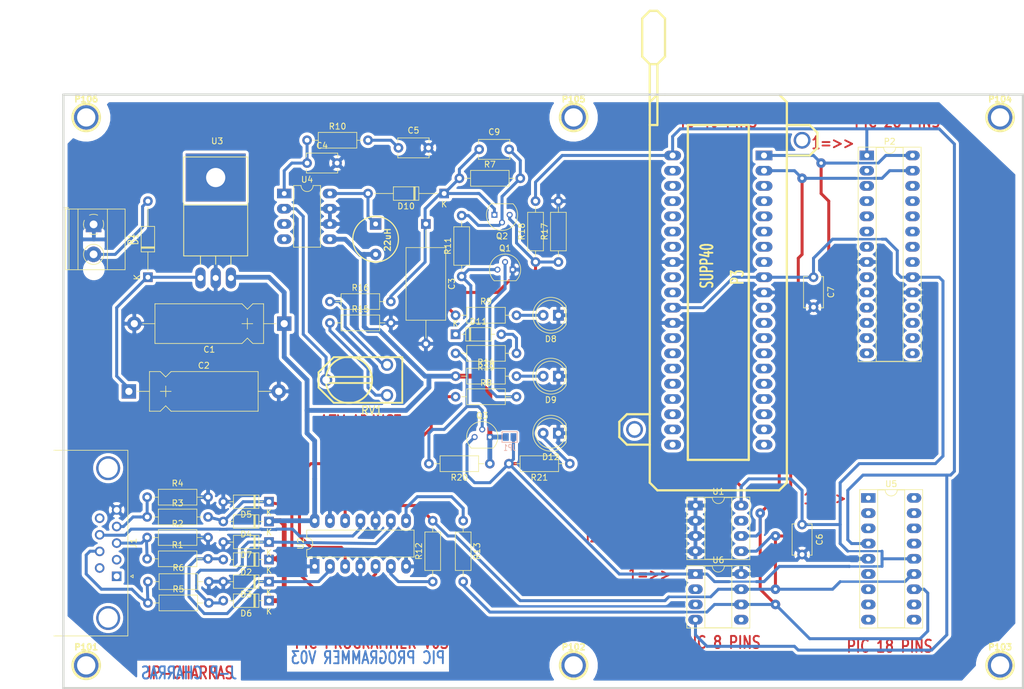
<source format=kicad_pcb>
(kicad_pcb (version 20171130) (host pcbnew "(2018-01-10 revision 87045ea)-master")
  (title_block (title "SERIAL PIC PROGRAMMER"))
  (layers (0 Composant signal) (31 Cuivre signal) (34 B.Paste user) (35 F.Paste user) (36 B.SilkS user) (37 F.SilkS user) (38 B.Mask user) (39 F.Mask user) (44 Edge.Cuts user))
  (net 0 "")
  (net 1 /CTS)
  (net 2 /DTR)
  (net 3 /PC-CLOCK-OUT)
  (net 4 /TXD)
  (net 5 GND)
  (net 6 "Net-(C2-Pad1)")
  (net 7 "Net-(C4-Pad1)")
  (net 8 "Net-(C5-Pad1)")
  (net 9 "Net-(C9-Pad2)")
  (net 10 "Net-(D11-Pad1)")
  (net 11 "Net-(D11-Pad2)")
  (net 12 "Net-(Q1-Pad2)")
  (net 13 "Net-(Q2-Pad3)")
  (net 14 "Net-(Q3-Pad2)")
  (net 15 "Net-(R12-Pad1)")
  (net 16 "Net-(R13-Pad1)")
  (net 17 "Net-(R15-Pad1)")
  (net 18 "Net-(R16-Pad1)")
  (net 19 "Net-(R8-Pad1)")
  (net 20 "Net-(RV1-Pad2)")
  (net 21 VCC)
  (net 22 VPP)
  (net 23 /pic_sockets/VCC_PIC)
  (net 24 "Net-(D1-Pad2)")
  (net 25 "Net-(D4-Pad2)")
  (net 26 "Net-(D8-Pad2)")
  (net 27 "Net-(D9-Pad2)")
  (net 28 "Net-(D12-Pad2)")
  (net 29 /VPP/MCLR)
  (net 30 /CLOCK-RB6)
  (net 31 /DATA-RB7)
  (net 32 "Net-(D2-Pad2)")
  (net 33 "Net-(D6-Pad2)")
  (net 34 "Net-(D10-Pad2)")
  (net 35 "Net-(P3-Pad2)")
  (net 36 "Net-(P3-Pad3)")
  (net 37 "Net-(P3-Pad4)")
  (net 38 "Net-(P3-Pad5)")
  (net 39 "Net-(P3-Pad6)")
  (net 40 "Net-(P3-Pad7)")
  (net 41 "Net-(P3-Pad9)")
  (net 42 "Net-(P3-Pad10)")
  (net 43 "Net-(P3-Pad13)")
  (net 44 "Net-(P3-Pad14)")
  (net 45 "Net-(P3-Pad15)")
  (net 46 "Net-(P3-Pad16)")
  (net 47 "Net-(P3-Pad17)")
  (net 48 "Net-(P3-Pad18)")
  (net 49 "Net-(P3-Pad19)")
  (net 50 "Net-(P3-Pad20)")
  (net 51 "Net-(P3-Pad21)")
  (net 52 "Net-(P3-Pad22)")
  (net 53 "Net-(P3-Pad23)")
  (net 54 "Net-(P3-Pad24)")
  (net 55 "Net-(P3-Pad25)")
  (net 56 "Net-(P3-Pad26)")
  (net 57 "Net-(P3-Pad27)")
  (net 58 "Net-(P3-Pad28)")
  (net 59 "Net-(P3-Pad29)")
  (net 60 "Net-(P3-Pad30)")
  (net 61 "Net-(P3-Pad33)")
  (net 62 "Net-(P3-Pad34)")
  (net 63 "Net-(P3-Pad35)")
  (net 64 "Net-(P3-Pad36)")
  (net 65 "Net-(P3-Pad37)")
  (net 66 "Net-(P3-Pad38)")
  (net 67 "Net-(P104-Pad1)")
  (net 68 "Net-(P103-Pad1)")
  (net 69 "Net-(P102-Pad1)")
  (net 70 "Net-(P101-Pad1)")
  (net 71 "Net-(P106-Pad1)")
  (net 72 "Net-(P105-Pad1)")
  (net 73 "Net-(J1-Pad1)")
  (net 74 "Net-(J1-Pad2)")
  (net 75 "Net-(J1-Pad6)")
  (net 76 "Net-(J1-Pad9)")
  (net 77 "Net-(U6-Pad5)")
  (net 78 "Net-(U6-Pad2)")
  (net 79 "Net-(U6-Pad3)")
  (net 80 "Net-(U1-Pad7)")
  (net 81 "Net-(U4-Pad3)")
  (net 82 "Net-(U4-Pad4)")
  (net 83 "Net-(P2-Pad15)")
  (net 84 "Net-(P2-Pad2)")
  (net 85 "Net-(P2-Pad16)")
  (net 86 "Net-(P2-Pad3)")
  (net 87 "Net-(P2-Pad17)")
  (net 88 "Net-(P2-Pad4)")
  (net 89 "Net-(P2-Pad18)")
  (net 90 "Net-(P2-Pad5)")
  (net 91 "Net-(P2-Pad6)")
  (net 92 "Net-(P2-Pad7)")
  (net 93 "Net-(P2-Pad21)")
  (net 94 "Net-(P2-Pad22)")
  (net 95 "Net-(P2-Pad9)")
  (net 96 "Net-(P2-Pad23)")
  (net 97 "Net-(P2-Pad10)")
  (net 98 "Net-(P2-Pad24)")
  (net 99 "Net-(P2-Pad11)")
  (net 100 "Net-(P2-Pad25)")
  (net 101 "Net-(P2-Pad12)")
  (net 102 "Net-(P2-Pad26)")
  (net 103 "Net-(P2-Pad13)")
  (net 104 "Net-(P2-Pad14)")
  (net 105 "Net-(U5-Pad1)")
  (net 106 "Net-(U5-Pad10)")
  (net 107 "Net-(U5-Pad2)")
  (net 108 "Net-(U5-Pad11)")
  (net 109 "Net-(U5-Pad3)")
  (net 110 "Net-(U5-Pad6)")
  (net 111 "Net-(U5-Pad15)")
  (net 112 "Net-(U5-Pad7)")
  (net 113 "Net-(U5-Pad16)")
  (net 114 "Net-(U5-Pad8)")
  (net 115 "Net-(U5-Pad17)")
  (net 116 "Net-(U5-Pad9)")
  (net 117 "Net-(U5-Pad18)")
  (module Resistor_THT:R_Axial_DIN0207_L6.3mm_D2.5mm_P10.16mm_Horizontal (layer Composant) (at 135.255 121.92 90)
    (fp_text reference R12 (at 5.08 -2.31 90) (layer F.SilkS))
    (fp_text value 470)
    (pad 2 thru_hole oval (at 10.16 0 90) (size 1.6 1.6) (drill 0.8) (layers *.Cu *.Mask) (net 31 /DATA-RB7))
    (pad 1 thru_hole circle (at 0 0 90) (size 1.6 1.6) (drill 0.8) (layers *.Cu *.Mask) (net 15 "Net-(R12-Pad1)"))
  )
  (module Resistor_THT:R_Axial_DIN0207_L6.3mm_D2.5mm_P10.16mm_Horizontal (layer Composant) (at 139.065 91.059)
    (fp_text reference R8 (at 5.08 -2.31) (layer F.SilkS))
    (fp_text value 1K)
    (pad 2 thru_hole oval (at 10.16 0) (size 1.6 1.6) (drill 0.8) (layers *.Cu *.Mask) (net 12 "Net-(Q1-Pad2)"))
    (pad 1 thru_hole circle (at 0 0) (size 1.6 1.6) (drill 0.8) (layers *.Cu *.Mask) (net 19 "Net-(R8-Pad1)"))
  )
  (module Resistor_THT:R_Axial_DIN0207_L6.3mm_D2.5mm_P10.16mm_Horizontal (layer Composant) (at 140.335 111.76 270)
    (fp_text reference R13 (at 5.08 -2.31 270) (layer F.SilkS))
    (fp_text value 470)
    (pad 2 thru_hole oval (at 10.16 0 270) (size 1.6 1.6) (drill 0.8) (layers *.Cu *.Mask) (net 30 /CLOCK-RB6))
    (pad 1 thru_hole circle (at 0 0 270) (size 1.6 1.6) (drill 0.8) (layers *.Cu *.Mask) (net 16 "Net-(R13-Pad1)"))
  )
  (module Resistor_THT:R_Axial_DIN0207_L6.3mm_D2.5mm_P10.16mm_Horizontal (layer Composant) (at 139.065 87.63)
    (fp_text reference R14 (at 5.08 -2.31) (layer F.SilkS))
    (fp_text value 470)
    (pad 2 thru_hole oval (at 10.16 0) (size 1.6 1.6) (drill 0.8) (layers *.Cu *.Mask) (net 27 "Net-(D9-Pad2)"))
    (pad 1 thru_hole circle (at 0 0) (size 1.6 1.6) (drill 0.8) (layers *.Cu *.Mask) (net 21 VCC))
  )
  (module Resistor_THT:R_Axial_DIN0207_L6.3mm_D2.5mm_P10.16mm_Horizontal (layer Composant) (at 118.11 78.74)
    (fp_text reference R15 (at 5.08 -2.31) (layer F.SilkS))
    (fp_text value 6.2K)
    (pad 2 thru_hole oval (at 10.16 0) (size 1.6 1.6) (drill 0.8) (layers *.Cu *.Mask) (net 5 GND))
    (pad 1 thru_hole circle (at 0 0) (size 1.6 1.6) (drill 0.8) (layers *.Cu *.Mask) (net 17 "Net-(R15-Pad1)"))
  )
  (module Resistor_THT:R_Axial_DIN0207_L6.3mm_D2.5mm_P10.16mm_Horizontal (layer Composant) (at 118.11 75.184)
    (fp_text reference R16 (at 5.08 -2.31) (layer F.SilkS))
    (fp_text value 62K)
    (pad 2 thru_hole oval (at 10.16 0) (size 1.6 1.6) (drill 0.8) (layers *.Cu *.Mask) (net 22 VPP))
    (pad 1 thru_hole circle (at 0 0) (size 1.6 1.6) (drill 0.8) (layers *.Cu *.Mask) (net 18 "Net-(R16-Pad1)"))
  )
  (module Resistor_THT:R_Axial_DIN0207_L6.3mm_D2.5mm_P10.16mm_Horizontal (layer Composant) (at 156.21 68.58 90)
    (fp_text reference R17 (at 5.08 -2.31 90) (layer F.SilkS))
    (fp_text value 22K)
    (pad 2 thru_hole oval (at 10.16 0 90) (size 1.6 1.6) (drill 0.8) (layers *.Cu *.Mask) (net 5 GND))
    (pad 1 thru_hole circle (at 0 0 90) (size 1.6 1.6) (drill 0.8) (layers *.Cu *.Mask) (net 13 "Net-(Q2-Pad3)"))
  )
  (module Resistor_THT:R_Axial_DIN0207_L6.3mm_D2.5mm_P10.16mm_Horizontal (layer Composant) (at 149.225 83.82 180)
    (fp_text reference R19 (at 5.08 -2.31 180) (layer F.SilkS))
    (fp_text value 2.2K)
    (pad 2 thru_hole oval (at 10.16 0 180) (size 1.6 1.6) (drill 0.8) (layers *.Cu *.Mask) (net 14 "Net-(Q3-Pad2)"))
    (pad 1 thru_hole circle (at 0 0 180) (size 1.6 1.6) (drill 0.8) (layers *.Cu *.Mask) (net 11 "Net-(D11-Pad2)"))
  )
  (module Resistor_THT:R_Axial_DIN0207_L6.3mm_D2.5mm_P10.16mm_Horizontal (layer Composant) (at 144.78 102.235 180)
    (fp_text reference R20 (at 5.08 -2.31 180) (layer F.SilkS))
    (fp_text value 2.2K)
    (pad 2 thru_hole oval (at 10.16 0 180) (size 1.6 1.6) (drill 0.8) (layers *.Cu *.Mask) (net 14 "Net-(Q3-Pad2)"))
    (pad 1 thru_hole circle (at 0 0 180) (size 1.6 1.6) (drill 0.8) (layers *.Cu *.Mask) (net 21 VCC))
  )
  (module Resistor_THT:R_Axial_DIN0207_L6.3mm_D2.5mm_P10.16mm_Horizontal (layer Composant) (at 158.115 102.235 180)
    (fp_text reference R21 (at 5.08 -2.31 180) (layer F.SilkS))
    (fp_text value 470)
    (pad 2 thru_hole oval (at 10.16 0 180) (size 1.6 1.6) (drill 0.8) (layers *.Cu *.Mask) (net 23 /pic_sockets/VCC_PIC))
    (pad 1 thru_hole circle (at 0 0 180) (size 1.6 1.6) (drill 0.8) (layers *.Cu *.Mask) (net 28 "Net-(D12-Pad2)"))
  )
  (module Resistor_THT:R_Axial_DIN0207_L6.3mm_D2.5mm_P10.16mm_Horizontal (layer Composant) (at 87.757 121.92)
    (fp_text reference R6 (at 5.08 -2.31) (layer F.SilkS))
    (fp_text value 10K)
    (pad 2 thru_hole oval (at 10.16 0) (size 1.6 1.6) (drill 0.8) (layers *.Cu *.Mask) (net 5 GND))
    (pad 1 thru_hole circle (at 0 0) (size 1.6 1.6) (drill 0.8) (layers *.Cu *.Mask) (net 3 /PC-CLOCK-OUT))
  )
  (module Resistor_THT:R_Axial_DIN0207_L6.3mm_D2.5mm_P10.16mm_Horizontal (layer Composant) (at 139.7 54.61)
    (fp_text reference R7 (at 5.08 -2.31) (layer F.SilkS))
    (fp_text value 10K)
    (pad 2 thru_hole oval (at 10.16 0) (size 1.6 1.6) (drill 0.8) (layers *.Cu *.Mask) (net 9 "Net-(C9-Pad2)"))
    (pad 1 thru_hole circle (at 0 0) (size 1.6 1.6) (drill 0.8) (layers *.Cu *.Mask) (net 22 VPP))
  )
  (module Resistor_THT:R_Axial_DIN0207_L6.3mm_D2.5mm_P10.16mm_Horizontal (layer Composant) (at 87.757 125.476)
    (fp_text reference R5 (at 5.08 -2.31) (layer F.SilkS))
    (fp_text value 10K)
    (pad 2 thru_hole oval (at 10.16 0) (size 1.6 1.6) (drill 0.8) (layers *.Cu *.Mask) (net 33 "Net-(D6-Pad2)"))
    (pad 1 thru_hole circle (at 0 0) (size 1.6 1.6) (drill 0.8) (layers *.Cu *.Mask) (net 3 /PC-CLOCK-OUT))
  )
  (module Resistor_THT:R_Axial_DIN0207_L6.3mm_D2.5mm_P10.16mm_Horizontal (layer Composant) (at 87.63 107.823)
    (fp_text reference R4 (at 5.08 -2.31) (layer F.SilkS))
    (fp_text value 10K)
    (pad 2 thru_hole oval (at 10.16 0) (size 1.6 1.6) (drill 0.8) (layers *.Cu *.Mask) (net 5 GND))
    (pad 1 thru_hole circle (at 0 0) (size 1.6 1.6) (drill 0.8) (layers *.Cu *.Mask) (net 2 /DTR))
  )
  (module Resistor_THT:R_Axial_DIN0207_L6.3mm_D2.5mm_P10.16mm_Horizontal (layer Composant) (at 87.63 111.125)
    (fp_text reference R3 (at 5.08 -2.31) (layer F.SilkS))
    (fp_text value 10K)
    (pad 2 thru_hole oval (at 10.16 0) (size 1.6 1.6) (drill 0.8) (layers *.Cu *.Mask) (net 25 "Net-(D4-Pad2)"))
    (pad 1 thru_hole circle (at 0 0) (size 1.6 1.6) (drill 0.8) (layers *.Cu *.Mask) (net 2 /DTR))
  )
  (module Resistor_THT:R_Axial_DIN0207_L6.3mm_D2.5mm_P10.16mm_Horizontal (layer Composant) (at 87.63 114.554)
    (fp_text reference R2 (at 5.08 -2.31) (layer F.SilkS))
    (fp_text value 10K)
    (pad 2 thru_hole oval (at 10.16 0) (size 1.6 1.6) (drill 0.8) (layers *.Cu *.Mask) (net 5 GND))
    (pad 1 thru_hole circle (at 0 0) (size 1.6 1.6) (drill 0.8) (layers *.Cu *.Mask) (net 4 /TXD))
  )
  (module Resistor_THT:R_Axial_DIN0207_L6.3mm_D2.5mm_P10.16mm_Horizontal (layer Composant) (at 87.63 118.11)
    (fp_text reference R1 (at 5.08 -2.31) (layer F.SilkS))
    (fp_text value 10K)
    (pad 2 thru_hole oval (at 10.16 0) (size 1.6 1.6) (drill 0.8) (layers *.Cu *.Mask) (net 32 "Net-(D2-Pad2)"))
    (pad 1 thru_hole circle (at 0 0) (size 1.6 1.6) (drill 0.8) (layers *.Cu *.Mask) (net 4 /TXD))
  )
  (module Resistor_THT:R_Axial_DIN0207_L6.3mm_D2.5mm_P10.16mm_Horizontal (layer Composant) (at 139.065 77.47)
    (fp_text reference R9 (at 5.08 -2.31) (layer F.SilkS))
    (fp_text value 2.2K)
    (pad 2 thru_hole oval (at 10.16 0) (size 1.6 1.6) (drill 0.8) (layers *.Cu *.Mask) (net 26 "Net-(D8-Pad2)"))
    (pad 1 thru_hole circle (at 0 0) (size 1.6 1.6) (drill 0.8) (layers *.Cu *.Mask) (net 13 "Net-(Q2-Pad3)"))
  )
  (module Resistor_THT:R_Axial_DIN0207_L6.3mm_D2.5mm_P10.16mm_Horizontal (layer Composant) (at 114.3 48.26)
    (fp_text reference R10 (at 5.08 -2.31) (layer F.SilkS))
    (fp_text value 5,1K)
    (pad 2 thru_hole oval (at 10.16 0) (size 1.6 1.6) (drill 0.8) (layers *.Cu *.Mask) (net 8 "Net-(C5-Pad1)"))
    (pad 1 thru_hole circle (at 0 0) (size 1.6 1.6) (drill 0.8) (layers *.Cu *.Mask) (net 7 "Net-(C4-Pad1)"))
  )
  (module Resistor_THT:R_Axial_DIN0207_L6.3mm_D2.5mm_P10.16mm_Horizontal (layer Composant) (at 152.4 68.58 90)
    (fp_text reference R18 (at 5.08 -2.31 90) (layer F.SilkS))
    (fp_text value 220)
    (pad 2 thru_hole oval (at 10.16 0 90) (size 1.6 1.6) (drill 0.8) (layers *.Cu *.Mask) (net 29 /VPP/MCLR))
    (pad 1 thru_hole circle (at 0 0 90) (size 1.6 1.6) (drill 0.8) (layers *.Cu *.Mask) (net 13 "Net-(Q2-Pad3)"))
  )
  (module Resistor_THT:R_Axial_DIN0207_L6.3mm_D2.5mm_P10.16mm_Horizontal (layer Composant) (at 140.081 70.993 90)
    (fp_text reference R11 (at 5.08 -2.31 90) (layer F.SilkS))
    (fp_text value 22K)
    (pad 2 thru_hole oval (at 10.16 0 90) (size 1.6 1.6) (drill 0.8) (layers *.Cu *.Mask) (net 9 "Net-(C9-Pad2)"))
    (pad 1 thru_hole circle (at 0 0 90) (size 1.6 1.6) (drill 0.8) (layers *.Cu *.Mask) (net 10 "Net-(D11-Pad1)"))
  )
  (module footprints:40tex-Ell600 (layer Composant) (at 182.88 74.93 270)
    (fp_text reference P3 (at -3.81 -3.175 270) (layer F.SilkS) (effects (font (size 2.032 1.27) (thickness 0.3048))))
    (fp_text value SUPP40 (at -5.715 1.905 270) (layer F.SilkS) (effects (font (size 2.032 1.27) (thickness 0.3048))))
    (pad HOLE thru_hole circle (at 21.59 13.97 270) (size 2.8 2.8) (drill 2) (layers *.Cu *.Mask))
    (pad HOLE thru_hole circle (at -26.67 -13.97 270) (size 2.8 2.8) (drill 2) (layers *.Cu *.Mask))
    (pad 40 thru_hole rect (at -24.13 -7.62 270) (size 1.6 2.8) (drill 1) (layers *.Cu *.Mask) (net 31 /DATA-RB7))
    (pad 39 thru_hole oval (at -21.59 -7.62 270) (size 1.6 2.8) (drill 1) (layers *.Cu *.Mask) (net 30 /CLOCK-RB6))
    (pad 38 thru_hole oval (at -19.05 -7.62 270) (size 1.6 2.8) (drill 1) (layers *.Cu *.Mask) (net 66 "Net-(P3-Pad38)"))
    (pad 37 thru_hole oval (at -16.51 -7.62 270) (size 1.6 2.8) (drill 1) (layers *.Cu *.Mask) (net 65 "Net-(P3-Pad37)"))
    (pad 36 thru_hole oval (at -13.97 -7.62 270) (size 1.6 2.8) (drill 1) (layers *.Cu *.Mask) (net 64 "Net-(P3-Pad36)"))
    (pad 35 thru_hole oval (at -11.43 -7.62 270) (size 1.6 2.8) (drill 1) (layers *.Cu *.Mask) (net 63 "Net-(P3-Pad35)"))
    (pad 34 thru_hole oval (at -8.89 -7.62 270) (size 1.6 2.8) (drill 1) (layers *.Cu *.Mask) (net 62 "Net-(P3-Pad34)"))
    (pad 33 thru_hole oval (at -6.35 -7.62 270) (size 1.6 2.8) (drill 1) (layers *.Cu *.Mask) (net 61 "Net-(P3-Pad33)"))
    (pad 32 thru_hole oval (at -3.81 -7.62 270) (size 1.6 2.8) (drill 1) (layers *.Cu *.Mask) (net 23 /pic_sockets/VCC_PIC))
    (pad 31 thru_hole oval (at -1.27 -7.62 270) (size 1.6 2.8) (drill 1) (layers *.Cu *.Mask) (net 5 GND))
    (pad 30 thru_hole oval (at 1.27 -7.62 270) (size 1.6 2.8) (drill 1) (layers *.Cu *.Mask) (net 60 "Net-(P3-Pad30)"))
    (pad 29 thru_hole oval (at 3.81 -7.62 270) (size 1.6 2.8) (drill 1) (layers *.Cu *.Mask) (net 59 "Net-(P3-Pad29)"))
    (pad 28 thru_hole oval (at 6.35 -7.62 270) (size 1.6 2.8) (drill 1) (layers *.Cu *.Mask) (net 58 "Net-(P3-Pad28)"))
    (pad 27 thru_hole oval (at 8.89 -7.62 270) (size 1.6 2.8) (drill 1) (layers *.Cu *.Mask) (net 57 "Net-(P3-Pad27)"))
    (pad 26 thru_hole oval (at 11.43 -7.62 270) (size 1.6 2.8) (drill 1) (layers *.Cu *.Mask) (net 56 "Net-(P3-Pad26)"))
    (pad 25 thru_hole oval (at 13.97 -7.62 270) (size 1.6 2.8) (drill 1) (layers *.Cu *.Mask) (net 55 "Net-(P3-Pad25)"))
    (pad 24 thru_hole oval (at 16.51 -7.62 270) (size 1.6 2.8) (drill 1) (layers *.Cu *.Mask) (net 54 "Net-(P3-Pad24)"))
    (pad 23 thru_hole oval (at 19.05 -7.62 270) (size 1.6 2.8) (drill 1) (layers *.Cu *.Mask) (net 53 "Net-(P3-Pad23)"))
    (pad 22 thru_hole oval (at 21.59 -7.62 270) (size 1.6 2.8) (drill 1) (layers *.Cu *.Mask) (net 52 "Net-(P3-Pad22)"))
    (pad 21 thru_hole oval (at 24.13 -7.62 270) (size 1.6 2.8) (drill 1) (layers *.Cu *.Mask) (net 51 "Net-(P3-Pad21)"))
    (pad 20 thru_hole oval (at 24.13 7.62 270) (size 1.6 2.8) (drill 1) (layers *.Cu *.Mask) (net 50 "Net-(P3-Pad20)"))
    (pad 19 thru_hole oval (at 21.59 7.62 270) (size 1.6 2.8) (drill 1) (layers *.Cu *.Mask) (net 49 "Net-(P3-Pad19)"))
    (pad 18 thru_hole oval (at 19.05 7.62 270) (size 1.6 2.8) (drill 1) (layers *.Cu *.Mask) (net 48 "Net-(P3-Pad18)"))
    (pad 17 thru_hole oval (at 16.51 7.62 270) (size 1.6 2.8) (drill 1) (layers *.Cu *.Mask) (net 47 "Net-(P3-Pad17)"))
    (pad 16 thru_hole oval (at 13.97 7.62 270) (size 1.6 2.8) (drill 1) (layers *.Cu *.Mask) (net 46 "Net-(P3-Pad16)"))
    (pad 15 thru_hole oval (at 11.43 7.62 270) (size 1.6 2.8) (drill 1) (layers *.Cu *.Mask) (net 45 "Net-(P3-Pad15)"))
    (pad 14 thru_hole oval (at 8.89 7.62 270) (size 1.6 2.8) (drill 1) (layers *.Cu *.Mask) (net 44 "Net-(P3-Pad14)"))
    (pad 13 thru_hole oval (at 6.35 7.62 270) (size 1.6 2.8) (drill 1) (layers *.Cu *.Mask) (net 43 "Net-(P3-Pad13)"))
    (pad 12 thru_hole oval (at 3.81 7.62 270) (size 1.6 2.8) (drill 1) (layers *.Cu *.Mask) (net 5 GND))
    (pad 11 thru_hole oval (at 1.27 7.62 270) (size 1.6 2.8) (drill 1) (layers *.Cu *.Mask) (net 23 /pic_sockets/VCC_PIC))
    (pad 10 thru_hole oval (at -1.27 7.62 270) (size 1.6 2.8) (drill 1) (layers *.Cu *.Mask) (net 42 "Net-(P3-Pad10)"))
    (pad 9 thru_hole oval (at -3.81 7.62 270) (size 1.6 2.8) (drill 1) (layers *.Cu *.Mask) (net 41 "Net-(P3-Pad9)"))
    (pad 8 thru_hole oval (at -6.35 7.62 270) (size 1.6 2.8) (drill 1) (layers *.Cu *.Mask) (net 5 GND))
    (pad 7 thru_hole oval (at -8.89 7.62 270) (size 1.6 2.8) (drill 1) (layers *.Cu *.Mask) (net 40 "Net-(P3-Pad7)"))
    (pad 6 thru_hole oval (at -11.43 7.62 270) (size 1.6 2.8) (drill 1) (layers *.Cu *.Mask) (net 39 "Net-(P3-Pad6)"))
    (pad 5 thru_hole oval (at -13.97 7.62 270) (size 1.6 2.8) (drill 1) (layers *.Cu *.Mask) (net 38 "Net-(P3-Pad5)"))
    (pad 4 thru_hole oval (at -16.51 7.62 270) (size 1.6 2.8) (drill 1) (layers *.Cu *.Mask) (net 37 "Net-(P3-Pad4)"))
    (pad 3 thru_hole oval (at -19.05 7.62 270) (size 1.6 2.8) (drill 1) (layers *.Cu *.Mask) (net 36 "Net-(P3-Pad3)"))
    (pad 2 thru_hole oval (at -21.59 7.62 270) (size 1.6 2.8) (drill 1) (layers *.Cu *.Mask) (net 35 "Net-(P3-Pad2)"))
    (pad 1 thru_hole oval (at -24.13 7.62 270) (size 1.6 2.8) (drill 1) (layers *.Cu *.Mask) (net 29 /VPP/MCLR))
  )
  (module footprints:RV2X4 (layer Composant) (at 122.555 88.265 180)
    (fp_text reference RV1 (at -2.54 -5.08 180) (layer F.SilkS) (effects (font (size 1.397 1.27) (thickness 0.2032))))
    (fp_text value 1K)
    (pad 3 thru_hole circle (at -5.08 2.54 180) (size 2.032 2.032) (drill 1.27) (layers *.Cu *.Mask) (net 18 "Net-(R16-Pad1)"))
    (pad 2 thru_hole circle (at 5.08 0 180) (size 2.032 2.032) (drill 1.27) (layers *.Cu *.Mask) (net 20 "Net-(RV1-Pad2)"))
    (pad 1 thru_hole circle (at -5.08 -2.54 180) (size 2.032 2.032) (drill 1.27) (layers *.Cu *.Mask) (net 17 "Net-(R15-Pad1)"))
  )
  (module footprints:INDUCTOR_V (layer Composant) (at 125.73 64.77 270)
    (fp_text reference L1)
    (fp_text value 22uH (at 0.09906 -1.99898 270) (layer F.SilkS) (effects (font (size 1.00076 1.00076) (thickness 0.2032))))
    (pad 2 thru_hole circle (at 2.54 0 270) (size 1.905 1.905) (drill 0.8128) (layers *.Cu *.Mask) (net 21 VCC))
    (pad 1 thru_hole rect (at -2.54 0 270) (size 1.905 1.905) (drill 0.8128) (layers *.Cu *.Mask) (net 34 "Net-(D10-Pad2)"))
  )
  (module footprints:1pin-4 (layer Composant) (at 229.87 44.45)
    (fp_text reference P104 (at 0 -3.048) (layer F.SilkS) (effects (font (size 1.016 1.016) (thickness 0.254))))
    (fp_text value CONN_1 hide)
    (pad 1 thru_hole circle (at 0 0) (size 4.064 4.064) (drill 3.048) (layers *.Cu *.Mask) (net 67 "Net-(P104-Pad1)") (clearance 2))
  )
  (module footprints:1pin-4 (layer Composant) (at 77.47 135.89)
    (fp_text reference P101 (at 0 -3.048) (layer F.SilkS) (effects (font (size 1.016 1.016) (thickness 0.254))))
    (fp_text value CONN_1 hide)
    (pad 1 thru_hole circle (at 0 0) (size 4.064 4.064) (drill 3.048) (layers *.Cu *.Mask) (net 70 "Net-(P101-Pad1)") (clearance 2))
  )
  (module footprints:1pin-4 (layer Composant) (at 158.75 135.89)
    (fp_text reference P102 (at 0 -3.048) (layer F.SilkS) (effects (font (size 1.016 1.016) (thickness 0.254))))
    (fp_text value CONN_1 hide)
    (pad 1 thru_hole circle (at 0 0) (size 4.064 4.064) (drill 3.048) (layers *.Cu *.Mask) (net 69 "Net-(P102-Pad1)") (clearance 2))
  )
  (module footprints:1pin-4 (layer Composant) (at 229.87 135.89)
    (fp_text reference P103 (at 0 -3.048) (layer F.SilkS) (effects (font (size 1.016 1.016) (thickness 0.254))))
    (fp_text value CONN_1 hide)
    (pad 1 thru_hole circle (at 0 0) (size 4.064 4.064) (drill 3.048) (layers *.Cu *.Mask) (net 68 "Net-(P103-Pad1)") (clearance 2))
  )
  (module footprints:1pin-4 (layer Composant) (at 158.75 44.45)
    (fp_text reference P105 (at 0 -3.048) (layer F.SilkS) (effects (font (size 1.016 1.016) (thickness 0.254))))
    (fp_text value CONN_1 hide)
    (pad 1 thru_hole circle (at 0 0) (size 4.064 4.064) (drill 3.048) (layers *.Cu *.Mask) (net 72 "Net-(P105-Pad1)") (clearance 2))
  )
  (module footprints:1pin-4 (layer Composant) (at 77.47 44.45)
    (fp_text reference P106 (at 0 -3.048) (layer F.SilkS) (effects (font (size 1.016 1.016) (thickness 0.254))))
    (fp_text value CONN_1 hide)
    (pad 1 thru_hole circle (at 0 0) (size 4.064 4.064) (drill 3.048) (layers *.Cu *.Mask) (net 71 "Net-(P106-Pad1)") (clearance 2))
  )
  (module TerminalBlock_Phoenix:TerminalBlock_Phoenix_MKDS-1,5-2_1x02_P5.00mm_Horizontal (layer Composant) (at 78.7 62.3 270)
    (fp_text reference P1 (at 2.5 -6.26 270) (layer F.SilkS))
    (fp_text value CONN_2)
    (pad 2 thru_hole circle (at 5 0 270) (size 2.6 2.6) (drill 1.3) (layers *.Cu *.Mask) (net 24 "Net-(D1-Pad2)"))
    (pad 1 thru_hole rect (at 0 0 270) (size 2.6 2.6) (drill 1.3) (layers *.Cu *.Mask) (net 5 GND))
  )
  (module Diode_THT:D_DO-35_SOD27_P12.70mm_Horizontal (layer Composant) (at 137.16 57.15 180)
    (fp_text reference D10 (at 6.35 -2.12 180) (layer F.SilkS))
    (fp_text value SCHOTTKY)
    (fp_text user K (at 0 -1.8 180) (layer F.SilkS))
    (pad 2 thru_hole oval (at 12.7 0 180) (size 1.6 1.6) (drill 0.8) (layers *.Cu *.Mask) (net 34 "Net-(D10-Pad2)"))
    (pad 1 thru_hole rect (at 0 0 180) (size 1.6 1.6) (drill 0.8) (layers *.Cu *.Mask) (net 22 VPP))
  )
  (module Diode_THT:D_DO-35_SOD27_P12.70mm_Horizontal (layer Composant) (at 87.757 71.12 90)
    (fp_text reference D1 (at 6.35 -2.12 90) (layer F.SilkS))
    (fp_text value 1N4004)
    (fp_text user K (at 0 -1.8 90) (layer F.SilkS))
    (pad 2 thru_hole oval (at 12.7 0 90) (size 1.6 1.6) (drill 0.8) (layers *.Cu *.Mask) (net 24 "Net-(D1-Pad2)"))
    (pad 1 thru_hole rect (at 0 0 90) (size 1.6 1.6) (drill 0.8) (layers *.Cu *.Mask) (net 6 "Net-(C2-Pad1)"))
  )
  (module Capacitor_THT:C_Disc_D5.1mm_W3.2mm_P5.00mm (layer Composant) (at 143.002 49.784)
    (fp_text reference C9 (at 2.5 -2.91) (layer F.SilkS))
    (fp_text value 220nF)
    (pad 2 thru_hole circle (at 5 0) (size 1.6 1.6) (drill 0.8) (layers *.Cu *.Mask) (net 9 "Net-(C9-Pad2)"))
    (pad 1 thru_hole circle (at 0 0) (size 1.6 1.6) (drill 0.8) (layers *.Cu *.Mask) (net 22 VPP))
  )
  (module Capacitor_THT:C_Disc_D5.1mm_W3.2mm_P5.00mm (layer Composant) (at 198.755 71.12 270)
    (fp_text reference C7 (at 2.5 -2.91 270) (layer F.SilkS))
    (fp_text value 100nF)
    (pad 2 thru_hole circle (at 5 0 270) (size 1.6 1.6) (drill 0.8) (layers *.Cu *.Mask) (net 5 GND))
    (pad 1 thru_hole circle (at 0 0 270) (size 1.6 1.6) (drill 0.8) (layers *.Cu *.Mask) (net 23 /pic_sockets/VCC_PIC))
  )
  (module Capacitor_THT:C_Disc_D5.1mm_W3.2mm_P5.00mm (layer Composant) (at 196.85 112.395 270)
    (fp_text reference C6 (at 2.5 -2.91 270) (layer F.SilkS))
    (fp_text value 100nF)
    (pad 2 thru_hole circle (at 5 0 270) (size 1.6 1.6) (drill 0.8) (layers *.Cu *.Mask) (net 5 GND))
    (pad 1 thru_hole circle (at 0 0 270) (size 1.6 1.6) (drill 0.8) (layers *.Cu *.Mask) (net 23 /pic_sockets/VCC_PIC))
  )
  (module Capacitor_THT:C_Disc_D5.1mm_W3.2mm_P5.00mm (layer Composant) (at 129.54 49.53)
    (fp_text reference C5 (at 2.5 -2.91) (layer F.SilkS))
    (fp_text value 10nF)
    (pad 2 thru_hole circle (at 5 0) (size 1.6 1.6) (drill 0.8) (layers *.Cu *.Mask) (net 5 GND))
    (pad 1 thru_hole circle (at 0 0) (size 1.6 1.6) (drill 0.8) (layers *.Cu *.Mask) (net 8 "Net-(C5-Pad1)"))
  )
  (module Capacitor_THT:C_Disc_D5.1mm_W3.2mm_P5.00mm (layer Composant) (at 114.3 52.07)
    (fp_text reference C4 (at 2.5 -2.91) (layer F.SilkS))
    (fp_text value 0)
    (pad 2 thru_hole circle (at 5 0) (size 1.6 1.6) (drill 0.8) (layers *.Cu *.Mask) (net 5 GND))
    (pad 1 thru_hole circle (at 0 0) (size 1.6 1.6) (drill 0.8) (layers *.Cu *.Mask) (net 7 "Net-(C4-Pad1)"))
  )
  (module footprints:LED_D5.0mm (layer Composant) (at 156.21 97.155 180)
    (fp_text reference D12 (at 1.27 -3.96 180) (layer F.SilkS))
    (fp_text value YELLOW-LED)
    (pad 2 thru_hole circle (at 2.54 0 180) (size 1.8 1.8) (drill 0.9) (layers *.Cu *.Mask) (net 28 "Net-(D12-Pad2)"))
    (pad 1 thru_hole rect (at 0 0 180) (size 1.8 1.8) (drill 0.9) (layers *.Cu *.Mask) (net 5 GND))
  )
  (module footprints:LED_D5.0mm (layer Composant) (at 156.21 87.63 180)
    (fp_text reference D9 (at 1.27 -3.96 180) (layer F.SilkS))
    (fp_text value GREEN-LED)
    (pad 2 thru_hole circle (at 2.54 0 180) (size 1.8 1.8) (drill 0.9) (layers *.Cu *.Mask) (net 27 "Net-(D9-Pad2)"))
    (pad 1 thru_hole rect (at 0 0 180) (size 1.8 1.8) (drill 0.9) (layers *.Cu *.Mask) (net 5 GND))
  )
  (module footprints:LED_D5.0mm (layer Composant) (at 156.21 77.47 180)
    (fp_text reference D8 (at 1.27 -3.96 180) (layer F.SilkS))
    (fp_text value RED-LED)
    (pad 2 thru_hole circle (at 2.54 0 180) (size 1.8 1.8) (drill 0.9) (layers *.Cu *.Mask) (net 26 "Net-(D8-Pad2)"))
    (pad 1 thru_hole rect (at 0 0 180) (size 1.8 1.8) (drill 0.9) (layers *.Cu *.Mask) (net 5 GND))
  )
  (module footprints:TO-220_LM78xx (layer Composant) (at 99.06 71.247)
    (fp_text reference U3 (at 0.24892 -22.84984) (layer F.SilkS))
    (fp_text value 7805)
    (pad GND thru_hole oval (at 0 0 90) (size 3.50012 1.69926) (drill 1.00076) (layers *.Cu *.Mask) (net 5 GND))
    (pad VI thru_hole oval (at -2.54 0 90) (size 3.50012 1.69926) (drill 1.00076) (layers *.Cu *.Mask) (net 6 "Net-(C2-Pad1)"))
    (pad VO thru_hole oval (at 2.54 0 270) (size 3.50012 1.69926) (drill 1.00076) (layers *.Cu *.Mask) (net 21 VCC))
    (pad "" thru_hole rect (at 0 -16.764) (size 10 8) (drill 3.2) (layers *.Cu *.Mask))
  )
  (module footprints:TO-92_BC237_307 (layer Composant) (at 148.082 60.706 180)
    (fp_text reference Q2 (at 1.27 -3.56 180) (layer F.SilkS))
    (fp_text value BC307)
    (pad 3 thru_hole circle (at 0 0 270) (size 1 1) (drill 0.6) (layers *.Cu *.Mask) (net 13 "Net-(Q2-Pad3)"))
    (pad 1 thru_hole rect (at 2.54 0 270) (size 1 1) (drill 0.6) (layers *.Cu *.Mask) (net 22 VPP))
    (pad 2 thru_hole circle (at 1.27 -1.27 270) (size 1 1) (drill 0.6) (layers *.Cu *.Mask) (net 9 "Net-(C9-Pad2)"))
  )
  (module footprints:TO-92_BC237_307 (layer Composant) (at 146.05 69.85)
    (fp_text reference Q1 (at 1.27 -3.56) (layer F.SilkS))
    (fp_text value BC237)
    (pad 3 thru_hole circle (at 0 0 90) (size 1 1) (drill 0.6) (layers *.Cu *.Mask) (net 10 "Net-(D11-Pad1)"))
    (pad 1 thru_hole rect (at 2.54 0 90) (size 1 1) (drill 0.6) (layers *.Cu *.Mask) (net 5 GND))
    (pad 2 thru_hole circle (at 1.27 -1.27 90) (size 1 1) (drill 0.6) (layers *.Cu *.Mask) (net 12 "Net-(Q1-Pad2)"))
  )
  (module footprints:TO-92_BC237_307 (layer Composant) (at 142.24 97.79)
    (fp_text reference Q3 (at 1.27 -3.56) (layer F.SilkS))
    (fp_text value BC307)
    (pad 3 thru_hole circle (at 0 0 90) (size 1 1) (drill 0.6) (layers *.Cu *.Mask) (net 23 /pic_sockets/VCC_PIC))
    (pad 1 thru_hole rect (at 2.54 0 90) (size 1 1) (drill 0.6) (layers *.Cu *.Mask) (net 21 VCC))
    (pad 2 thru_hole circle (at 1.27 -1.27 90) (size 1 1) (drill 0.6) (layers *.Cu *.Mask) (net 14 "Net-(Q3-Pad2)"))
  )
  (module Connector_Dsub:DSUB-9_Female_Horizontal_P2.77x2.84mm_EdgePinOffset7.70mm_Housed_MountingHolesOffset9.12mm (layer Composant) (at 82.55 121.031 270)
    (fp_text reference J1 (at -5.54 -2.8 270) (layer F.SilkS))
    (fp_text value DB9-FEMAL)
    (pad 0 thru_hole circle (at 6.96 1.42 270) (size 4 4) (drill 3.2) (layers *.Cu *.Mask))
    (pad 0 thru_hole circle (at -18.04 1.42 270) (size 4 4) (drill 3.2) (layers *.Cu *.Mask))
    (pad 9 thru_hole circle (at -9.695 2.84 270) (size 1.6 1.6) (drill 1) (layers *.Cu *.Mask) (net 76 "Net-(J1-Pad9)"))
    (pad 8 thru_hole circle (at -6.925 2.84 270) (size 1.6 1.6) (drill 1) (layers *.Cu *.Mask) (net 1 /CTS))
    (pad 7 thru_hole circle (at -4.155 2.84 270) (size 1.6 1.6) (drill 1) (layers *.Cu *.Mask) (net 3 /PC-CLOCK-OUT))
    (pad 6 thru_hole circle (at -1.385 2.84 270) (size 1.6 1.6) (drill 1) (layers *.Cu *.Mask) (net 75 "Net-(J1-Pad6)"))
    (pad 5 thru_hole circle (at -11.08 0 270) (size 1.6 1.6) (drill 1) (layers *.Cu *.Mask) (net 5 GND))
    (pad 4 thru_hole circle (at -8.31 0 270) (size 1.6 1.6) (drill 1) (layers *.Cu *.Mask) (net 2 /DTR))
    (pad 3 thru_hole circle (at -5.54 0 270) (size 1.6 1.6) (drill 1) (layers *.Cu *.Mask) (net 4 /TXD))
    (pad 2 thru_hole circle (at -2.77 0 270) (size 1.6 1.6) (drill 1) (layers *.Cu *.Mask) (net 74 "Net-(J1-Pad2)"))
    (pad 1 thru_hole rect (at 0 0 270) (size 1.6 1.6) (drill 1) (layers *.Cu *.Mask) (net 73 "Net-(J1-Pad1)"))
  )
  (module Diode_THT:D_DO-35_SOD27_P7.62mm_Horizontal (layer Composant) (at 107.95 125.095 180)
    (fp_text reference D6 (at 3.81 -2.12 180) (layer F.SilkS))
    (fp_text value BAT43)
    (fp_text user K (at 0 -1.8 180) (layer F.SilkS))
    (pad 2 thru_hole oval (at 7.62 0 180) (size 1.6 1.6) (drill 0.8) (layers *.Cu *.Mask) (net 33 "Net-(D6-Pad2)"))
    (pad 1 thru_hole rect (at 0 0 180) (size 1.6 1.6) (drill 0.8) (layers *.Cu *.Mask) (net 21 VCC))
  )
  (module Diode_THT:D_DO-35_SOD27_P7.62mm_Horizontal (layer Composant) (at 107.95 115.316 180)
    (fp_text reference D7 (at 3.81 -2.12 180) (layer F.SilkS))
    (fp_text value BAT43)
    (fp_text user K (at 0 -1.8 180) (layer F.SilkS))
    (pad 2 thru_hole oval (at 7.62 0 180) (size 1.6 1.6) (drill 0.8) (layers *.Cu *.Mask) (net 5 GND))
    (pad 1 thru_hole rect (at 0 0 180) (size 1.6 1.6) (drill 0.8) (layers *.Cu *.Mask) (net 33 "Net-(D6-Pad2)"))
  )
  (module Diode_THT:D_DO-35_SOD27_P7.62mm_Horizontal (layer Composant) (at 139.065 80.645)
    (fp_text reference D11 (at 3.81 -2.12) (layer F.SilkS))
    (fp_text value BAT43)
    (fp_text user K (at 0 -1.8) (layer F.SilkS))
    (pad 2 thru_hole oval (at 7.62 0) (size 1.6 1.6) (drill 0.8) (layers *.Cu *.Mask) (net 11 "Net-(D11-Pad2)"))
    (pad 1 thru_hole rect (at 0 0) (size 1.6 1.6) (drill 0.8) (layers *.Cu *.Mask) (net 10 "Net-(D11-Pad1)"))
  )
  (module Diode_THT:D_DO-35_SOD27_P7.62mm_Horizontal (layer Composant) (at 107.95 108.585 180)
    (fp_text reference D5 (at 3.81 -2.12 180) (layer F.SilkS))
    (fp_text value BAT43)
    (fp_text user K (at 0 -1.8 180) (layer F.SilkS))
    (pad 2 thru_hole oval (at 7.62 0 180) (size 1.6 1.6) (drill 0.8) (layers *.Cu *.Mask) (net 5 GND))
    (pad 1 thru_hole rect (at 0 0 180) (size 1.6 1.6) (drill 0.8) (layers *.Cu *.Mask) (net 25 "Net-(D4-Pad2)"))
  )
  (module Diode_THT:D_DO-35_SOD27_P7.62mm_Horizontal (layer Composant) (at 107.95 111.887 180)
    (fp_text reference D4 (at 3.81 -2.12 180) (layer F.SilkS))
    (fp_text value BAT43)
    (fp_text user K (at 0 -1.8 180) (layer F.SilkS))
    (pad 2 thru_hole oval (at 7.62 0 180) (size 1.6 1.6) (drill 0.8) (layers *.Cu *.Mask) (net 25 "Net-(D4-Pad2)"))
    (pad 1 thru_hole rect (at 0 0 180) (size 1.6 1.6) (drill 0.8) (layers *.Cu *.Mask) (net 21 VCC))
  )
  (module Diode_THT:D_DO-35_SOD27_P7.62mm_Horizontal (layer Composant) (at 107.95 121.92 180)
    (fp_text reference D3 (at 3.81 -2.12 180) (layer F.SilkS))
    (fp_text value BAT43)
    (fp_text user K (at 0 -1.8 180) (layer F.SilkS))
    (pad 2 thru_hole oval (at 7.62 0 180) (size 1.6 1.6) (drill 0.8) (layers *.Cu *.Mask) (net 5 GND))
    (pad 1 thru_hole rect (at 0 0 180) (size 1.6 1.6) (drill 0.8) (layers *.Cu *.Mask) (net 32 "Net-(D2-Pad2)"))
  )
  (module Diode_THT:D_DO-35_SOD27_P7.62mm_Horizontal (layer Composant) (at 107.95 118.237 180)
    (fp_text reference D2 (at 3.81 -2.12 180) (layer F.SilkS))
    (fp_text value BAT43)
    (fp_text user K (at 0 -1.8 180) (layer F.SilkS))
    (pad 2 thru_hole oval (at 7.62 0 180) (size 1.6 1.6) (drill 0.8) (layers *.Cu *.Mask) (net 32 "Net-(D2-Pad2)"))
    (pad 1 thru_hole rect (at 0 0 180) (size 1.6 1.6) (drill 0.8) (layers *.Cu *.Mask) (net 21 VCC))
  )
  (module Package_DIP:DIP-14_W7.62mm_LongPads (layer Composant) (at 115.57 119.38 90)
    (fp_text reference U2 (at 3.81 -2.33 90) (layer F.SilkS))
    (fp_text value 74HC125)
    (pad 14 thru_hole oval (at 7.62 0 90) (size 2.4 1.6) (drill 0.8) (layers *.Cu *.Mask) (net 21 VCC))
    (pad 7 thru_hole oval (at 0 15.24 90) (size 2.4 1.6) (drill 0.8) (layers *.Cu *.Mask) (net 5 GND))
    (pad 13 thru_hole oval (at 7.62 2.54 90) (size 2.4 1.6) (drill 0.8) (layers *.Cu *.Mask) (net 5 GND))
    (pad 6 thru_hole oval (at 0 12.7 90) (size 2.4 1.6) (drill 0.8) (layers *.Cu *.Mask) (net 15 "Net-(R12-Pad1)"))
    (pad 12 thru_hole oval (at 7.62 5.08 90) (size 2.4 1.6) (drill 0.8) (layers *.Cu *.Mask) (net 31 /DATA-RB7))
    (pad 5 thru_hole oval (at 0 10.16 90) (size 2.4 1.6) (drill 0.8) (layers *.Cu *.Mask) (net 25 "Net-(D4-Pad2)"))
    (pad 11 thru_hole oval (at 7.62 7.62 90) (size 2.4 1.6) (drill 0.8) (layers *.Cu *.Mask) (net 1 /CTS))
    (pad 4 thru_hole oval (at 0 7.62 90) (size 2.4 1.6) (drill 0.8) (layers *.Cu *.Mask) (net 5 GND))
    (pad 10 thru_hole oval (at 7.62 10.16 90) (size 2.4 1.6) (drill 0.8) (layers *.Cu *.Mask) (net 5 GND))
    (pad 3 thru_hole oval (at 0 5.08 90) (size 2.4 1.6) (drill 0.8) (layers *.Cu *.Mask) (net 19 "Net-(R8-Pad1)"))
    (pad 9 thru_hole oval (at 7.62 12.7 90) (size 2.4 1.6) (drill 0.8) (layers *.Cu *.Mask) (net 33 "Net-(D6-Pad2)"))
    (pad 2 thru_hole oval (at 0 2.54 90) (size 2.4 1.6) (drill 0.8) (layers *.Cu *.Mask) (net 32 "Net-(D2-Pad2)"))
    (pad 8 thru_hole oval (at 7.62 15.24 90) (size 2.4 1.6) (drill 0.8) (layers *.Cu *.Mask) (net 16 "Net-(R13-Pad1)"))
    (pad 1 thru_hole rect (at 0 0 90) (size 2.4 1.6) (drill 0.8) (layers *.Cu *.Mask) (net 5 GND))
  )
  (module Package_DIP:DIP-18_W7.62mm_Socket_LongPads (layer Composant) (at 207.899 107.95)
    (fp_text reference U5 (at 3.81 -2.33) (layer F.SilkS))
    (fp_text value PIC_18_PINS)
    (pad 18 thru_hole oval (at 7.62 0) (size 2.4 1.6) (drill 0.8) (layers *.Cu *.Mask) (net 117 "Net-(U5-Pad18)"))
    (pad 9 thru_hole oval (at 0 20.32) (size 2.4 1.6) (drill 0.8) (layers *.Cu *.Mask) (net 116 "Net-(U5-Pad9)"))
    (pad 17 thru_hole oval (at 7.62 2.54) (size 2.4 1.6) (drill 0.8) (layers *.Cu *.Mask) (net 115 "Net-(U5-Pad17)"))
    (pad 8 thru_hole oval (at 0 17.78) (size 2.4 1.6) (drill 0.8) (layers *.Cu *.Mask) (net 114 "Net-(U5-Pad8)"))
    (pad 16 thru_hole oval (at 7.62 5.08) (size 2.4 1.6) (drill 0.8) (layers *.Cu *.Mask) (net 113 "Net-(U5-Pad16)"))
    (pad 7 thru_hole oval (at 0 15.24) (size 2.4 1.6) (drill 0.8) (layers *.Cu *.Mask) (net 112 "Net-(U5-Pad7)"))
    (pad 15 thru_hole oval (at 7.62 7.62) (size 2.4 1.6) (drill 0.8) (layers *.Cu *.Mask) (net 111 "Net-(U5-Pad15)"))
    (pad 6 thru_hole oval (at 0 12.7) (size 2.4 1.6) (drill 0.8) (layers *.Cu *.Mask) (net 110 "Net-(U5-Pad6)"))
    (pad 14 thru_hole oval (at 7.62 10.16) (size 2.4 1.6) (drill 0.8) (layers *.Cu *.Mask) (net 23 /pic_sockets/VCC_PIC))
    (pad 5 thru_hole oval (at 0 10.16) (size 2.4 1.6) (drill 0.8) (layers *.Cu *.Mask) (net 5 GND))
    (pad 13 thru_hole oval (at 7.62 12.7) (size 2.4 1.6) (drill 0.8) (layers *.Cu *.Mask) (net 31 /DATA-RB7))
    (pad 4 thru_hole oval (at 0 7.62) (size 2.4 1.6) (drill 0.8) (layers *.Cu *.Mask) (net 29 /VPP/MCLR))
    (pad 12 thru_hole oval (at 7.62 15.24) (size 2.4 1.6) (drill 0.8) (layers *.Cu *.Mask) (net 30 /CLOCK-RB6))
    (pad 3 thru_hole oval (at 0 5.08) (size 2.4 1.6) (drill 0.8) (layers *.Cu *.Mask) (net 109 "Net-(U5-Pad3)"))
    (pad 11 thru_hole oval (at 7.62 17.78) (size 2.4 1.6) (drill 0.8) (layers *.Cu *.Mask) (net 108 "Net-(U5-Pad11)"))
    (pad 2 thru_hole oval (at 0 2.54) (size 2.4 1.6) (drill 0.8) (layers *.Cu *.Mask) (net 107 "Net-(U5-Pad2)"))
    (pad 10 thru_hole oval (at 7.62 20.32) (size 2.4 1.6) (drill 0.8) (layers *.Cu *.Mask) (net 106 "Net-(U5-Pad10)"))
    (pad 1 thru_hole rect (at 0 0) (size 2.4 1.6) (drill 0.8) (layers *.Cu *.Mask) (net 105 "Net-(U5-Pad1)"))
  )
  (module Package_DIP:DIP-28_W7.62mm_Socket_LongPads (layer Composant) (at 207.645 50.8)
    (fp_text reference P2 (at 3.81 -2.33) (layer F.SilkS))
    (fp_text value SUPP28)
    (pad 28 thru_hole oval (at 7.62 0) (size 2.4 1.6) (drill 0.8) (layers *.Cu *.Mask) (net 31 /DATA-RB7))
    (pad 14 thru_hole oval (at 0 33.02) (size 2.4 1.6) (drill 0.8) (layers *.Cu *.Mask) (net 104 "Net-(P2-Pad14)"))
    (pad 27 thru_hole oval (at 7.62 2.54) (size 2.4 1.6) (drill 0.8) (layers *.Cu *.Mask) (net 30 /CLOCK-RB6))
    (pad 13 thru_hole oval (at 0 30.48) (size 2.4 1.6) (drill 0.8) (layers *.Cu *.Mask) (net 103 "Net-(P2-Pad13)"))
    (pad 26 thru_hole oval (at 7.62 5.08) (size 2.4 1.6) (drill 0.8) (layers *.Cu *.Mask) (net 102 "Net-(P2-Pad26)"))
    (pad 12 thru_hole oval (at 0 27.94) (size 2.4 1.6) (drill 0.8) (layers *.Cu *.Mask) (net 101 "Net-(P2-Pad12)"))
    (pad 25 thru_hole oval (at 7.62 7.62) (size 2.4 1.6) (drill 0.8) (layers *.Cu *.Mask) (net 100 "Net-(P2-Pad25)"))
    (pad 11 thru_hole oval (at 0 25.4) (size 2.4 1.6) (drill 0.8) (layers *.Cu *.Mask) (net 99 "Net-(P2-Pad11)"))
    (pad 24 thru_hole oval (at 7.62 10.16) (size 2.4 1.6) (drill 0.8) (layers *.Cu *.Mask) (net 98 "Net-(P2-Pad24)"))
    (pad 10 thru_hole oval (at 0 22.86) (size 2.4 1.6) (drill 0.8) (layers *.Cu *.Mask) (net 97 "Net-(P2-Pad10)"))
    (pad 23 thru_hole oval (at 7.62 12.7) (size 2.4 1.6) (drill 0.8) (layers *.Cu *.Mask) (net 96 "Net-(P2-Pad23)"))
    (pad 9 thru_hole oval (at 0 20.32) (size 2.4 1.6) (drill 0.8) (layers *.Cu *.Mask) (net 95 "Net-(P2-Pad9)"))
    (pad 22 thru_hole oval (at 7.62 15.24) (size 2.4 1.6) (drill 0.8) (layers *.Cu *.Mask) (net 94 "Net-(P2-Pad22)"))
    (pad 8 thru_hole oval (at 0 17.78) (size 2.4 1.6) (drill 0.8) (layers *.Cu *.Mask) (net 5 GND))
    (pad 21 thru_hole oval (at 7.62 17.78) (size 2.4 1.6) (drill 0.8) (layers *.Cu *.Mask) (net 93 "Net-(P2-Pad21)"))
    (pad 7 thru_hole oval (at 0 15.24) (size 2.4 1.6) (drill 0.8) (layers *.Cu *.Mask) (net 92 "Net-(P2-Pad7)"))
    (pad 20 thru_hole oval (at 7.62 20.32) (size 2.4 1.6) (drill 0.8) (layers *.Cu *.Mask) (net 23 /pic_sockets/VCC_PIC))
    (pad 6 thru_hole oval (at 0 12.7) (size 2.4 1.6) (drill 0.8) (layers *.Cu *.Mask) (net 91 "Net-(P2-Pad6)"))
    (pad 19 thru_hole oval (at 7.62 22.86) (size 2.4 1.6) (drill 0.8) (layers *.Cu *.Mask) (net 5 GND))
    (pad 5 thru_hole oval (at 0 10.16) (size 2.4 1.6) (drill 0.8) (layers *.Cu *.Mask) (net 90 "Net-(P2-Pad5)"))
    (pad 18 thru_hole oval (at 7.62 25.4) (size 2.4 1.6) (drill 0.8) (layers *.Cu *.Mask) (net 89 "Net-(P2-Pad18)"))
    (pad 4 thru_hole oval (at 0 7.62) (size 2.4 1.6) (drill 0.8) (layers *.Cu *.Mask) (net 88 "Net-(P2-Pad4)"))
    (pad 17 thru_hole oval (at 7.62 27.94) (size 2.4 1.6) (drill 0.8) (layers *.Cu *.Mask) (net 87 "Net-(P2-Pad17)"))
    (pad 3 thru_hole oval (at 0 5.08) (size 2.4 1.6) (drill 0.8) (layers *.Cu *.Mask) (net 86 "Net-(P2-Pad3)"))
    (pad 16 thru_hole oval (at 7.62 30.48) (size 2.4 1.6) (drill 0.8) (layers *.Cu *.Mask) (net 85 "Net-(P2-Pad16)"))
    (pad 2 thru_hole oval (at 0 2.54) (size 2.4 1.6) (drill 0.8) (layers *.Cu *.Mask) (net 84 "Net-(P2-Pad2)"))
    (pad 15 thru_hole oval (at 7.62 33.02) (size 2.4 1.6) (drill 0.8) (layers *.Cu *.Mask) (net 83 "Net-(P2-Pad15)"))
    (pad 1 thru_hole rect (at 0 0) (size 2.4 1.6) (drill 0.8) (layers *.Cu *.Mask) (net 29 /VPP/MCLR))
  )
  (module Package_DIP:DIP-8_W7.62mm_LongPads (layer Composant) (at 110.49 57.15)
    (fp_text reference U4 (at 3.81 -2.33) (layer F.SilkS))
    (fp_text value LT1373)
    (pad 8 thru_hole oval (at 7.62 0) (size 2.4 1.6) (drill 0.8) (layers *.Cu *.Mask) (net 34 "Net-(D10-Pad2)"))
    (pad 4 thru_hole oval (at 0 7.62) (size 2.4 1.6) (drill 0.8) (layers *.Cu *.Mask) (net 82 "Net-(U4-Pad4)"))
    (pad 7 thru_hole oval (at 7.62 2.54) (size 2.4 1.6) (drill 0.8) (layers *.Cu *.Mask) (net 5 GND))
    (pad 3 thru_hole oval (at 0 5.08) (size 2.4 1.6) (drill 0.8) (layers *.Cu *.Mask) (net 81 "Net-(U4-Pad3)"))
    (pad 6 thru_hole oval (at 7.62 5.08) (size 2.4 1.6) (drill 0.8) (layers *.Cu *.Mask) (net 5 GND))
    (pad 2 thru_hole oval (at 0 2.54) (size 2.4 1.6) (drill 0.8) (layers *.Cu *.Mask) (net 20 "Net-(RV1-Pad2)"))
    (pad 5 thru_hole oval (at 7.62 7.62) (size 2.4 1.6) (drill 0.8) (layers *.Cu *.Mask) (net 21 VCC))
    (pad 1 thru_hole rect (at 0 0) (size 2.4 1.6) (drill 0.8) (layers *.Cu *.Mask) (net 7 "Net-(C4-Pad1)"))
  )
  (module Package_DIP:DIP-8_W7.62mm_Socket_LongPads (layer Composant) (at 179.07 109.22)
    (fp_text reference U1 (at 3.81 -2.33) (layer F.SilkS))
    (fp_text value 24Cxx)
    (pad 8 thru_hole oval (at 7.62 0) (size 2.4 1.6) (drill 0.8) (layers *.Cu *.Mask) (net 23 /pic_sockets/VCC_PIC))
    (pad 4 thru_hole oval (at 0 7.62) (size 2.4 1.6) (drill 0.8) (layers *.Cu *.Mask) (net 5 GND))
    (pad 7 thru_hole oval (at 7.62 2.54) (size 2.4 1.6) (drill 0.8) (layers *.Cu *.Mask) (net 80 "Net-(U1-Pad7)"))
    (pad 3 thru_hole oval (at 0 5.08) (size 2.4 1.6) (drill 0.8) (layers *.Cu *.Mask) (net 5 GND))
    (pad 6 thru_hole oval (at 7.62 5.08) (size 2.4 1.6) (drill 0.8) (layers *.Cu *.Mask) (net 30 /CLOCK-RB6))
    (pad 2 thru_hole oval (at 0 2.54) (size 2.4 1.6) (drill 0.8) (layers *.Cu *.Mask) (net 5 GND))
    (pad 5 thru_hole oval (at 7.62 7.62) (size 2.4 1.6) (drill 0.8) (layers *.Cu *.Mask) (net 31 /DATA-RB7))
    (pad 1 thru_hole rect (at 0 0) (size 2.4 1.6) (drill 0.8) (layers *.Cu *.Mask) (net 5 GND))
  )
  (module Package_DIP:DIP-8_W7.62mm_Socket_LongPads (layer Composant) (at 179.07 120.65)
    (fp_text reference U6 (at 3.81 -2.33) (layer F.SilkS))
    (fp_text value PIC_8_PINS)
    (pad 8 thru_hole oval (at 7.62 0) (size 2.4 1.6) (drill 0.8) (layers *.Cu *.Mask) (net 5 GND))
    (pad 4 thru_hole oval (at 0 7.62) (size 2.4 1.6) (drill 0.8) (layers *.Cu *.Mask) (net 29 /VPP/MCLR))
    (pad 7 thru_hole oval (at 7.62 2.54) (size 2.4 1.6) (drill 0.8) (layers *.Cu *.Mask) (net 31 /DATA-RB7))
    (pad 3 thru_hole oval (at 0 5.08) (size 2.4 1.6) (drill 0.8) (layers *.Cu *.Mask) (net 79 "Net-(U6-Pad3)"))
    (pad 6 thru_hole oval (at 7.62 5.08) (size 2.4 1.6) (drill 0.8) (layers *.Cu *.Mask) (net 30 /CLOCK-RB6))
    (pad 2 thru_hole oval (at 0 2.54) (size 2.4 1.6) (drill 0.8) (layers *.Cu *.Mask) (net 78 "Net-(U6-Pad2)"))
    (pad 5 thru_hole oval (at 7.62 7.62) (size 2.4 1.6) (drill 0.8) (layers *.Cu *.Mask) (net 77 "Net-(U6-Pad5)"))
    (pad 1 thru_hole rect (at 0 0) (size 2.4 1.6) (drill 0.8) (layers *.Cu *.Mask) (net 23 /pic_sockets/VCC_PIC))
  )
  (module connect:GS2 (layer Cuivre) (at 148.082 97.79 270)
    (fp_text reference JP1 (at 1.778 0 180) (layer B.SilkS) (effects (font (size 1.016 0.762) (thickness 0.127)) (justify mirror)))
    (fp_text value JUMPER hide)
    (pad 1 smd rect (at 0 0.635 270) (size 1.27 0.9652) (layers Cuivre B.Paste B.Mask) (net 21 VCC))
    (pad 2 smd rect (at 0 -0.635 270) (size 1.27 0.9652) (layers Cuivre B.Paste B.Mask) (net 23 /pic_sockets/VCC_PIC))
  )
  (module Capacitors_THT:CP_Axial_L18.0mm_D6.5mm_P25.00mm_Horizontal (layer Composant) (at 84.582 90.17)
    (fp_text reference C2 (at 12.5 -4.31) (layer F.SilkS))
    (fp_text value 220uF)
    (pad 2 thru_hole oval (at 25 0) (size 2.4 2.4) (drill 1.2) (layers *.Cu *.Mask) (net 5 GND))
    (pad 1 thru_hole rect (at 0 0) (size 2.4 2.4) (drill 1.2) (layers *.Cu *.Mask) (net 6 "Net-(C2-Pad1)"))
  )
  (module Capacitors_THT:CP_Axial_L18.0mm_D6.5mm_P25.00mm_Horizontal (layer Composant) (at 110.49 78.867 180)
    (fp_text reference C1 (at 12.5 -4.31 180) (layer F.SilkS))
    (fp_text value 100µF)
    (pad 1 thru_hole rect (at 0 0 180) (size 2.4 2.4) (drill 1.2) (layers *.Cu *.Mask) (net 21 VCC))
    (pad 2 thru_hole oval (at 25 0 180) (size 2.4 2.4) (drill 1.2) (layers *.Cu *.Mask) (net 5 GND))
  )
  (module Capacitors_THT:C_Axial_L12.0mm_D6.5mm_P20.00mm_Horizontal (layer Composant) (at 134.112 62.23 270)
    (fp_text reference C3 (at 10 -4.31 270) (layer F.SilkS))
    (fp_text value 22uF/25V)
    (pad 2 thru_hole oval (at 20 0 270) (size 1.6 1.6) (drill 0.8) (layers *.Cu *.Mask) (net 5 GND))
    (pad 1 thru_hole rect (at 0 0 270) (size 1.6 1.6) (drill 0.8) (layers *.Cu *.Mask) (net 22 VPP))
  )
  (gr_text "VCC ON" (at 162.9 99.1) (layer Composant) (effects (font (size 2.032 1.524) (thickness 0.3048))))
  (gr_text 1=>> (at 200.66 107.95) (layer Composant) (effects (font (size 2.032 1.524) (thickness 0.3048))))
  (gr_text 1=>> (at 171.45 120.65) (layer Composant) (effects (font (size 2.032 1.524) (thickness 0.3048))))
  (gr_text 1=>> (at 171.45 109.22) (layer Composant) (effects (font (size 2.032 1.524) (thickness 0.3048))))
  (gr_text 1=>> (at 202 48.7) (layer Composant) (effects (font (size 2.032 1.524) (thickness 0.3048))))
  (gr_text 1=>> (at 167.64 48.895) (layer Composant) (effects (font (size 2.032 1.524) (thickness 0.3048))))
  (gr_text JP-CHARRAS (at 94.615 137.16) (layer Composant) (effects (font (size 2.032 1.524) (thickness 0.3048))))
  (gr_text "J-P CHARRAS" (at 94.615 137.16) (layer Cuivre) (effects (font (size 2.032 1.524) (thickness 0.3048)) (justify mirror)))
  (gr_text "13V ADJUST" (at 123.19 95.25) (layer Composant) (effects (font (size 2.032 1.524) (thickness 0.3048))))
  (gr_text "PIC 40 PINS" (at 182.245 45.085) (layer Composant) (effects (font (size 2.032 1.524) (thickness 0.3048))))
  (gr_text "PIC 28 PINS" (at 212.725 45.085) (layer Composant) (effects (font (size 2.032 1.524) (thickness 0.3048))))
  (gr_text "PIC 18 PINS" (at 211.455 132.715) (layer Composant) (effects (font (size 2.032 1.524) (thickness 0.3048))))
  (gr_text "I2C PROM" (at 166.37 114.3) (layer Composant) (effects (font (size 2.032 1.524) (thickness 0.3048))))
  (gr_text "PIC 8 PINS" (at 183.515 132.08) (layer Composant) (effects (font (size 2.032 1.524) (thickness 0.3048))))
  (gr_text "PWR ON" (at 163.83 88.9) (layer Composant) (effects (font (size 2.032 1.524) (thickness 0.3048))))
  (gr_text "VPP ON" (at 163.195 80.645) (layer Composant) (effects (font (size 2.032 1.524) (thickness 0.3048))))
  (gr_text +8/12V (at 80.01 57.15) (layer Composant) (effects (font (size 2.032 1.524) (thickness 0.3048))))
  (gr_text "PIC PROGRAMMER V03" (at 125.095 132.08) (layer Composant) (effects (font (size 2.032 1.524) (thickness 0.3048))))
  (gr_text "PIC PROGRAMMER V03" (at 124.46 134.62) (layer Cuivre) (effects (font (size 2.032 1.524) (thickness 0.3048)) (justify mirror)))
  (gr_line (start 73.66 139.7) (end 73.66 40.64) (angle 90) (layer Edge.Cuts) (width 0.381))
  (gr_line (start 233.68 139.7) (end 73.66 139.7) (angle 90) (layer Edge.Cuts) (width 0.381))
  (gr_line (start 233.68 40.64) (end 233.68 139.7) (angle 90) (layer Edge.Cuts) (width 0.381))
  (gr_line (start 173.99 40.64) (end 233.68 40.64) (angle 90) (layer Edge.Cuts) (width 0.381))
  (gr_line (start 73.66 40.64) (end 173.99 40.64) (angle 90) (layer Edge.Cuts) (width 0.381))
  (segment (start 106.725999 113.217001) (end 109.174001 113.217001) (width 0.5) (layer Cuivre) (net 1))
  (segment (start 106.665998 113.157) (end 106.725999 113.217001) (width 0.5) (layer Cuivre) (net 1))
  (segment (start 100.954001 113.187001) (end 100.984002 113.157) (width 0.5) (layer Cuivre) (net 1))
  (segment (start 109.234002 113.157) (end 111.887 113.157) (width 0.5) (layer Cuivre) (net 1))
  (segment (start 109.174001 113.217001) (end 109.234002 113.157) (width 0.5) (layer Cuivre) (net 1))
  (segment (start 99.705999 113.187001) (end 100.954001 113.187001) (width 0.5) (layer Cuivre) (net 1))
  (segment (start 123.19 113.03) (end 123.19 111.76) (width 0.5) (layer Cuivre) (net 1))
  (segment (start 100.984002 113.157) (end 106.665998 113.157) (width 0.5) (layer Cuivre) (net 1))
  (segment (start 80.01 114.173) (end 83.947 114.173) (width 0.5) (layer Cuivre) (net 1))
  (segment (start 83.947 114.173) (end 84.963 113.157) (width 0.5) (layer Cuivre) (net 1))
  (segment (start 84.963 113.157) (end 99.675998 113.157) (width 0.5) (layer Cuivre) (net 1))
  (segment (start 99.675998 113.157) (end 99.705999 113.187001) (width 0.5) (layer Cuivre) (net 1))
  (segment (start 111.887 113.157) (end 113.03 114.3) (width 0.5) (layer Cuivre) (net 1))
  (segment (start 113.03 114.3) (end 121.92 114.3) (width 0.5) (layer Cuivre) (net 1))
  (segment (start 121.92 114.3) (end 123.19 113.03) (width 0.5) (layer Cuivre) (net 1))
  (segment (start 82.55 112.721) (end 83.68137 112.721) (width 0.5) (layer Cuivre) (net 2))
  (segment (start 83.68137 112.721) (end 85.27737 111.125) (width 0.5) (layer Cuivre) (net 2))
  (segment (start 85.27737 111.125) (end 86.49863 111.125) (width 0.5) (layer Cuivre) (net 2))
  (segment (start 86.49863 111.125) (end 87.63 111.125) (width 0.5) (layer Cuivre) (net 2))
  (segment (start 87.63 111.125) (end 87.63 107.823) (width 0.5) (layer Cuivre) (net 2))
  (segment (start 77.47 117.475) (end 77.47 120.65) (width 0.5) (layer Cuivre) (net 3))
  (segment (start 80.01 116.84) (end 78.105 116.84) (width 0.5) (layer Cuivre) (net 3))
  (segment (start 86.36 124.46) (end 87.757 125.476) (width 0.5) (layer Cuivre) (net 3))
  (segment (start 80.01 123.19) (end 85.09 123.19) (width 0.5) (layer Cuivre) (net 3))
  (segment (start 78.105 116.84) (end 77.47 117.475) (width 0.5) (layer Cuivre) (net 3))
  (segment (start 85.09 123.19) (end 86.36 124.46) (width 0.5) (layer Cuivre) (net 3))
  (segment (start 87.757 125.476) (end 87.63 121.92) (width 0.5) (layer Cuivre) (net 3))
  (segment (start 77.47 120.65) (end 80.01 123.19) (width 0.5) (layer Cuivre) (net 3))
  (segment (start 82.55 115.491) (end 86.693 115.491) (width 0.5) (layer Cuivre) (net 4))
  (segment (start 86.693 115.491) (end 87.63 114.554) (width 0.5) (layer Cuivre) (net 4))
  (segment (start 87.63 118.11) (end 87.503 114.554) (width 0.5) (layer Cuivre) (net 4))
  (segment (start 84.455 90.17) (end 84.455 89.535) (width 0.5) (layer Cuivre) (net 6))
  (segment (start 84.455 89.535) (end 82.55 87.63) (width 0.5) (layer Cuivre) (net 6))
  (segment (start 82.55 87.63) (end 82.55 76.2) (width 0.5) (layer Cuivre) (net 6))
  (segment (start 87.63 71.12) (end 96.52 71.12) (width 0.5) (layer Cuivre) (net 6))
  (segment (start 82.55 76.2) (end 87.63 71.12) (width 0.5) (layer Cuivre) (net 6))
  (segment (start 114.3 48.26) (end 114.3 52.07) (width 0.5) (layer Cuivre) (net 7))
  (segment (start 110.49 57.15) (end 110.49 53.34) (width 0.5) (layer Cuivre) (net 7))
  (segment (start 110.49 53.34) (end 111.76 52.07) (width 0.5) (layer Cuivre) (net 7))
  (segment (start 111.76 52.07) (end 114.3 52.07) (width 0.5) (layer Cuivre) (net 7))
  (segment (start 128.27 48.26) (end 129.54 49.53) (width 0.5) (layer Cuivre) (net 8))
  (segment (start 124.46 48.26) (end 128.27 48.26) (width 0.5) (layer Cuivre) (net 8))
  (segment (start 146.812 61.976) (end 146.812 57.658) (width 0.5) (layer Cuivre) (net 9))
  (segment (start 146.812 57.658) (end 149.86 54.61) (width 0.5) (layer Cuivre) (net 9))
  (segment (start 148.002 49.784) (end 149.86 51.642) (width 0.5) (layer Cuivre) (net 9))
  (segment (start 149.86 51.642) (end 149.86 54.61) (width 0.5) (layer Cuivre) (net 9))
  (segment (start 140.081 60.833) (end 141.21237 60.833) (width 0.5) (layer Cuivre) (net 9))
  (segment (start 141.21237 60.833) (end 142.855369 62.475999) (width 0.5) (layer Cuivre) (net 9))
  (segment (start 142.855369 62.475999) (end 146.312001 62.475999) (width 0.5) (layer Cuivre) (net 9))
  (segment (start 146.312001 62.475999) (end 146.812 61.976) (width 0.5) (layer Cuivre) (net 9))
  (segment (start 140.081 70.993) (end 141.224 69.85) (width 0.5) (layer Cuivre) (net 10))
  (segment (start 141.224 69.85) (end 146.05 69.85) (width 0.5) (layer Cuivre) (net 10))
  (segment (start 139.065 80.645) (end 141.605 78.105) (width 0.5) (layer Cuivre) (net 10))
  (segment (start 141.605 78.105) (end 141.605 72.517) (width 0.5) (layer Cuivre) (net 10))
  (segment (start 141.605 72.517) (end 140.081 70.993) (width 0.5) (layer Cuivre) (net 10))
  (segment (start 146.685 80.645) (end 148.59 80.645) (width 0.5) (layer Cuivre) (net 11))
  (segment (start 149.225 81.28) (end 149.225 83.82) (width 0.5) (layer Cuivre) (net 11))
  (segment (start 148.59 80.645) (end 149.225 81.28) (width 0.5) (layer Cuivre) (net 11))
  (segment (start 147.32 71.12) (end 147.32 68.58) (width 0.5) (layer Cuivre) (net 12))
  (segment (start 144.78 75.565) (end 147.32 73.025) (width 0.5) (layer Cuivre) (net 12))
  (segment (start 144.78 89.916) (end 144.78 75.565) (width 0.5) (layer Cuivre) (net 12))
  (segment (start 145.923 91.059) (end 144.78 89.916) (width 0.5) (layer Cuivre) (net 12))
  (segment (start 149.225 91.059) (end 145.923 91.059) (width 0.5) (layer Cuivre) (net 12))
  (segment (start 147.32 73.025) (end 147.32 71.12) (width 0.5) (layer Cuivre) (net 12))
  (segment (start 152.4 68.58) (end 156.21 68.58) (width 0.5) (layer Cuivre) (net 13))
  (segment (start 148.082 60.706) (end 148.082 61.413106) (width 0.5) (layer Cuivre) (net 13))
  (segment (start 148.082 61.413106) (end 149.225 62.556106) (width 0.5) (layer Cuivre) (net 13))
  (segment (start 149.225 62.556106) (end 149.225 65.405) (width 0.5) (layer Cuivre) (net 13))
  (segment (start 152.4 68.58) (end 152.4 69.85) (width 0.5) (layer Composant) (net 13))
  (segment (start 146.05 73.66) (end 147.955 71.755) (width 0.5) (layer Composant) (net 13))
  (segment (start 137.795 74.93) (end 137.795 76.2) (width 0.5) (layer Composant) (net 13))
  (segment (start 137.795 74.93) (end 139.065 73.66) (width 0.5) (layer Composant) (net 13))
  (segment (start 147.955 71.755) (end 150.495 71.755) (width 0.5) (layer Composant) (net 13))
  (segment (start 149.225 65.405) (end 152.4 68.58) (width 0.5) (layer Cuivre) (net 13))
  (segment (start 139.065 73.66) (end 146.05 73.66) (width 0.5) (layer Composant) (net 13))
  (segment (start 137.795 76.2) (end 139.065 77.47) (width 0.5) (layer Composant) (net 13))
  (segment (start 150.495 71.755) (end 152.4 69.85) (width 0.5) (layer Composant) (net 13))
  (segment (start 142.875 92.71) (end 143.51 93.345) (width 0.5) (layer Cuivre) (net 14))
  (segment (start 143.51 93.345) (end 143.51 96.52) (width 0.5) (layer Cuivre) (net 14))
  (segment (start 140.97 92.71) (end 142.875 92.71) (width 0.5) (layer Cuivre) (net 14))
  (segment (start 140.97 85.09) (end 140.97 92.71) (width 0.5) (layer Cuivre) (net 14))
  (segment (start 135.255 96.52) (end 137.16 96.52) (width 0.5) (layer Cuivre) (net 14))
  (segment (start 137.16 96.52) (end 140.97 92.71) (width 0.5) (layer Cuivre) (net 14))
  (segment (start 140.97 85.09) (end 139.7 83.82) (width 0.5) (layer Cuivre) (net 14))
  (segment (start 139.7 83.82) (end 139.065 83.82) (width 0.5) (layer Cuivre) (net 14))
  (segment (start 134.62 97.155) (end 134.62 102.235) (width 0.5) (layer Cuivre) (net 14))
  (segment (start 135.255 96.52) (end 134.62 97.155) (width 0.5) (layer Cuivre) (net 14))
  (segment (start 128.27 119.38) (end 128.27 120.65) (width 0.5) (layer Cuivre) (net 15))
  (segment (start 129.54 121.92) (end 135.255 121.92) (width 0.5) (layer Cuivre) (net 15))
  (segment (start 128.27 120.65) (end 129.54 121.92) (width 0.5) (layer Cuivre) (net 15))
  (segment (start 130.81 109.6264) (end 132.6896 107.7468) (width 0.5) (layer Cuivre) (net 16))
  (segment (start 130.81 111.76) (end 130.81 109.6264) (width 0.5) (layer Cuivre) (net 16))
  (segment (start 140.335 109.6772) (end 140.335 111.76) (width 0.5) (layer Cuivre) (net 16))
  (segment (start 138.4046 107.7468) (end 140.335 109.6772) (width 0.5) (layer Cuivre) (net 16))
  (segment (start 132.6896 107.7468) (end 138.4046 107.7468) (width 0.5) (layer Cuivre) (net 16))
  (segment (start 125.73 90.805) (end 127.635 90.805) (width 0.5) (layer Cuivre) (net 17))
  (segment (start 124.46 86.36) (end 124.46 89.535) (width 0.5) (layer Cuivre) (net 17))
  (segment (start 118.11 78.74) (end 118.11 80.01) (width 0.5) (layer Cuivre) (net 17))
  (segment (start 118.11 80.01) (end 124.46 86.36) (width 0.5) (layer Cuivre) (net 17))
  (segment (start 124.46 89.535) (end 125.73 90.805) (width 0.5) (layer Cuivre) (net 17))
  (segment (start 118.11 75.184) (end 119.634 75.184) (width 0.5) (layer Cuivre) (net 18))
  (segment (start 119.634 75.184) (end 120.65 76.2) (width 0.5) (layer Cuivre) (net 18))
  (segment (start 120.65 76.2) (end 120.65 79.375) (width 0.5) (layer Cuivre) (net 18))
  (segment (start 120.65 79.375) (end 127 85.725) (width 0.5) (layer Cuivre) (net 18))
  (segment (start 127 85.725) (end 127.635 85.725) (width 0.5) (layer Cuivre) (net 18))
  (segment (start 135.001 92.456) (end 136.398 91.059) (width 0.5) (layer Composant) (net 19))
  (segment (start 129.032 102.235) (end 135.001 96.266) (width 0.5) (layer Composant) (net 19))
  (segment (start 135.001 96.266) (end 135.001 92.456) (width 0.5) (layer Composant) (net 19))
  (segment (start 113.03 104.14) (end 114.935 102.235) (width 0.5) (layer Composant) (net 19))
  (segment (start 114.935 102.235) (end 129.032 102.235) (width 0.5) (layer Composant) (net 19))
  (segment (start 120.015 116.205) (end 114.935 116.205) (width 0.5) (layer Composant) (net 19))
  (segment (start 113.03 114.3) (end 113.03 104.14) (width 0.5) (layer Composant) (net 19))
  (segment (start 120.65 119.38) (end 120.65 116.84) (width 0.5) (layer Composant) (net 19))
  (segment (start 120.65 116.84) (end 120.015 116.205) (width 0.5) (layer Composant) (net 19))
  (segment (start 114.935 116.205) (end 113.03 114.3) (width 0.5) (layer Composant) (net 19))
  (segment (start 136.398 91.059) (end 139.065 91.059) (width 0.5) (layer Composant) (net 19))
  (segment (start 117.475 84.455) (end 117.475 88.265) (width 0.5) (layer Cuivre) (net 20))
  (segment (start 113.665 60.96) (end 113.665 80.645) (width 0.5) (layer Cuivre) (net 20))
  (segment (start 112.395 59.69) (end 113.665 60.96) (width 0.5) (layer Cuivre) (net 20))
  (segment (start 110.49 59.69) (end 112.395 59.69) (width 0.5) (layer Cuivre) (net 20))
  (segment (start 113.665 80.645) (end 117.475 84.455) (width 0.5) (layer Cuivre) (net 20))
  (segment (start 141.986 87.63) (end 144.78 90.424) (width 0.8) (layer Composant) (net 21))
  (segment (start 144.78 90.424) (end 144.78 97.79) (width 0.8) (layer Composant) (net 21))
  (segment (start 139.065 87.63) (end 141.986 87.63) (width 0.8) (layer Composant) (net 21))
  (segment (start 107.95 125.095) (end 109.55 125.095) (width 0.8) (layer Composant) (net 21))
  (segment (start 109.55 125.095) (end 110.49 124.155) (width 0.8) (layer Composant) (net 21))
  (segment (start 110.49 124.155) (end 110.49 119.38) (width 0.8) (layer Composant) (net 21))
  (segment (start 110.49 119.38) (end 109.22 118.11) (width 0.8) (layer Composant) (net 21))
  (segment (start 107.95 111.76) (end 109.855 111.76) (width 0.8) (layer Composant) (net 21))
  (segment (start 147.447 97.79) (end 144.78 97.79) (width 0.8) (layer Cuivre) (net 21))
  (segment (start 144.78 97.79) (end 144.78 97.917) (width 0.8) (layer Cuivre) (net 21))
  (segment (start 133.985 87.63) (end 126.365 80.01) (width 0.8) (layer Cuivre) (net 21))
  (segment (start 114.3 93.345) (end 130.81 93.345) (width 0.8) (layer Cuivre) (net 21))
  (segment (start 134.62 89.535) (end 134.62 87.63) (width 0.8) (layer Cuivre) (net 21))
  (segment (start 118.11 64.77) (end 120.65 64.77) (width 0.8) (layer Cuivre) (net 21))
  (segment (start 123.19 67.31) (end 120.65 64.77) (width 0.8) (layer Cuivre) (net 21))
  (segment (start 123.825 67.31) (end 123.19 67.31) (width 0.8) (layer Cuivre) (net 21))
  (segment (start 134.62 87.63) (end 133.985 87.63) (width 0.8) (layer Cuivre) (net 21))
  (segment (start 144.78 102.235) (end 144.78 97.917) (width 0.8) (layer Cuivre) (net 21))
  (segment (start 126.365 80.01) (end 124.46 80.01) (width 0.8) (layer Cuivre) (net 21))
  (segment (start 124.46 80.01) (end 123.825 79.375) (width 0.8) (layer Cuivre) (net 21))
  (segment (start 139.065 87.63) (end 134.62 87.63) (width 0.8) (layer Cuivre) (net 21))
  (segment (start 101.6 71.12) (end 107.95 71.12) (width 0.8) (layer Cuivre) (net 21))
  (segment (start 115.57 98.425) (end 115.57 104.775) (width 0.8) (layer Cuivre) (net 21))
  (segment (start 114.3 93.345) (end 114.3 97.155) (width 0.8) (layer Cuivre) (net 21))
  (segment (start 114.3 97.155) (end 115.57 98.425) (width 0.8) (layer Cuivre) (net 21))
  (segment (start 115.57 111.76) (end 115.57 104.775) (width 0.8) (layer Cuivre) (net 21))
  (segment (start 123.825 79.375) (end 123.825 67.31) (width 0.8) (layer Cuivre) (net 21))
  (segment (start 130.81 93.345) (end 134.62 89.535) (width 0.8) (layer Cuivre) (net 21))
  (segment (start 110.49 84.455) (end 114.3 88.265) (width 0.8) (layer Cuivre) (net 21))
  (segment (start 114.3 88.265) (end 114.3 93.345) (width 0.8) (layer Cuivre) (net 21))
  (segment (start 110.49 78.74) (end 110.49 84.455) (width 0.8) (layer Cuivre) (net 21))
  (segment (start 110.49 73.66) (end 107.95 71.12) (width 0.8) (layer Cuivre) (net 21))
  (segment (start 110.49 78.74) (end 110.49 73.66) (width 0.8) (layer Cuivre) (net 21))
  (segment (start 125.73 67.31) (end 123.825 67.31) (width 0.8) (layer Cuivre) (net 21))
  (segment (start 107.95 111.76) (end 115.57 111.76) (width 0.8) (layer Cuivre) (net 21))
  (segment (start 109.22 118.11) (end 107.95 118.11) (width 0.8) (layer Composant) (net 21))
  (segment (start 110.49 116.84) (end 109.22 118.11) (width 0.8) (layer Composant) (net 21))
  (segment (start 110.49 112.395) (end 110.49 116.84) (width 0.8) (layer Composant) (net 21))
  (segment (start 109.855 111.76) (end 110.49 112.395) (width 0.8) (layer Composant) (net 21))
  (segment (start 137.16 57.15) (end 139.7 54.61) (width 0.5) (layer Cuivre) (net 22))
  (segment (start 139.7 54.61) (end 139.7 53.086) (width 0.5) (layer Cuivre) (net 22))
  (segment (start 139.7 53.086) (end 143.002 49.784) (width 0.5) (layer Cuivre) (net 22))
  (segment (start 137.16 57.15) (end 142.748 57.15) (width 0.5) (layer Cuivre) (net 22))
  (segment (start 145.542 60.706) (end 145.542 59.706) (width 0.5) (layer Cuivre) (net 22))
  (segment (start 145.542 59.706) (end 142.986 57.15) (width 0.5) (layer Cuivre) (net 22))
  (segment (start 142.986 57.15) (end 142.748 57.15) (width 0.5) (layer Cuivre) (net 22))
  (segment (start 136.525 57.15) (end 133.985 59.69) (width 0.5) (layer Cuivre) (net 22))
  (segment (start 136.525 57.15) (end 137.16 57.15) (width 0.5) (layer Cuivre) (net 22))
  (segment (start 133.985 68.58) (end 128.27 74.295) (width 0.5) (layer Cuivre) (net 22))
  (segment (start 133.985 62.23) (end 133.985 68.58) (width 0.5) (layer Cuivre) (net 22))
  (segment (start 133.985 62.23) (end 133.985 59.69) (width 0.5) (layer Cuivre) (net 22))
  (segment (start 128.27 74.295) (end 128.27 75.184) (width 0.5) (layer Cuivre) (net 22))
  (segment (start 148.717 97.79) (end 148.717 101.473) (width 0.5) (layer Cuivre) (net 23))
  (segment (start 148.717 101.473) (end 147.955 102.235) (width 0.5) (layer Cuivre) (net 23))
  (segment (start 140.97 99.06) (end 142.24 97.79) (width 0.5) (layer Cuivre) (net 23))
  (segment (start 204.73401 119.39001) (end 204.724 119.38) (width 0.5) (layer Cuivre) (net 23))
  (segment (start 204.724 119.38) (end 193.04 119.38) (width 0.5) (layer Cuivre) (net 23))
  (segment (start 193.04 119.38) (end 190.5 121.92) (width 0.5) (layer Cuivre) (net 23))
  (segment (start 190.5 121.92) (end 189.23 121.92) (width 0.5) (layer Cuivre) (net 23))
  (segment (start 210.185 119.38) (end 208.839207 119.38) (width 0.4) (layer Cuivre) (net 23))
  (segment (start 208.839207 119.38) (end 208.829197 119.39001) (width 0.4) (layer Cuivre) (net 23))
  (segment (start 208.829197 119.39001) (end 204.73401 119.39001) (width 0.4) (layer Cuivre) (net 23))
  (segment (start 196.85 112.395) (end 203.2 112.395) (width 0.5) (layer Cuivre) (net 23))
  (segment (start 170.18 104.775) (end 154.305 104.775) (width 0.5) (layer Composant) (net 23))
  (segment (start 170.18 104.775) (end 185.42 104.775) (width 0.5) (layer Composant) (net 23))
  (segment (start 185.42 104.775) (end 186.69 106.045) (width 0.5) (layer Composant) (net 23))
  (segment (start 186.69 109.22) (end 186.69 106.045) (width 0.5) (layer Composant) (net 23))
  (segment (start 151.765 102.235) (end 147.955 102.235) (width 0.5) (layer Composant) (net 23))
  (segment (start 154.305 104.775) (end 151.765 102.235) (width 0.5) (layer Composant) (net 23))
  (segment (start 186.69 106.045) (end 187.96 104.775) (width 0.5) (layer Cuivre) (net 23))
  (segment (start 196.85 106.68) (end 194.945 104.775) (width 0.5) (layer Cuivre) (net 23))
  (segment (start 196.85 112.395) (end 196.85 106.68) (width 0.5) (layer Cuivre) (net 23))
  (segment (start 186.69 109.22) (end 186.69 106.045) (width 0.5) (layer Cuivre) (net 23))
  (segment (start 187.96 104.775) (end 194.945 104.775) (width 0.5) (layer Cuivre) (net 23))
  (segment (start 201.93 64.77) (end 205.74 64.77) (width 0.5) (layer Cuivre) (net 23))
  (segment (start 198.755 67.945) (end 201.93 64.77) (width 0.5) (layer Cuivre) (net 23))
  (segment (start 205.74 64.77) (end 210.185 64.77) (width 0.4) (layer Cuivre) (net 23))
  (segment (start 198.755 71.12) (end 198.755 67.945) (width 0.5) (layer Cuivre) (net 23))
  (segment (start 210.185 64.77) (end 210.82 64.77) (width 0.5) (layer Cuivre) (net 23))
  (segment (start 190.5 71.12) (end 198.755 71.12) (width 0.5) (layer Cuivre) (net 23))
  (segment (start 213.36 71.12) (end 215.265 71.12) (width 0.5) (layer Cuivre) (net 23))
  (segment (start 212.725 70.485) (end 213.36 71.12) (width 0.5) (layer Cuivre) (net 23))
  (segment (start 166.37 120.65) (end 147.955 102.235) (width 0.5) (layer Cuivre) (net 23))
  (segment (start 210.82 64.77) (end 212.725 66.675) (width 0.5) (layer Cuivre) (net 23))
  (segment (start 206.375 102.235) (end 219.075 102.235) (width 0.5) (layer Cuivre) (net 23))
  (segment (start 203.2 105.41) (end 203.2 112.395) (width 0.5) (layer Cuivre) (net 23))
  (segment (start 219.075 102.235) (end 220.345 100.965) (width 0.5) (layer Cuivre) (net 23))
  (segment (start 220.345 100.965) (end 220.345 71.755) (width 0.5) (layer Cuivre) (net 23))
  (segment (start 220.345 71.755) (end 219.71 71.12) (width 0.5) (layer Cuivre) (net 23))
  (segment (start 219.71 71.12) (end 215.265 71.12) (width 0.5) (layer Cuivre) (net 23))
  (segment (start 203.2 105.41) (end 206.375 102.235) (width 0.5) (layer Cuivre) (net 23))
  (segment (start 212.725 66.675) (end 212.725 70.485) (width 0.5) (layer Cuivre) (net 23))
  (segment (start 204.47 116.84) (end 210.185 116.84) (width 0.35) (layer Cuivre) (net 23))
  (segment (start 210.185 118.11) (end 210.185 116.84) (width 0.5) (layer Cuivre) (net 23))
  (segment (start 203.2 115.57) (end 204.47 116.84) (width 0.5) (layer Cuivre) (net 23))
  (segment (start 203.2 112.395) (end 203.2 115.57) (width 0.5) (layer Cuivre) (net 23))
  (segment (start 210.185 119.38) (end 210.185 118.11) (width 0.5) (layer Cuivre) (net 23))
  (segment (start 182.245 121.92) (end 184.7 121.92) (width 0.5) (layer Cuivre) (net 23))
  (segment (start 184.7 121.92) (end 189.23 121.92) (width 0.35) (layer Cuivre) (net 23))
  (segment (start 185.42 71.12) (end 190.5 71.12) (width 0.5) (layer Cuivre) (net 23))
  (segment (start 180.975 120.65) (end 182.245 121.92) (width 0.5) (layer Cuivre) (net 23))
  (segment (start 179.07 120.65) (end 180.975 120.65) (width 0.5) (layer Cuivre) (net 23))
  (segment (start 175.26 76.2) (end 180.34 76.2) (width 0.5) (layer Cuivre) (net 23))
  (segment (start 210.185 118.11) (end 215.265 118.11) (width 0.5) (layer Cuivre) (net 23))
  (segment (start 180.34 76.2) (end 185.42 71.12) (width 0.5) (layer Cuivre) (net 23))
  (segment (start 140.97 99.06) (end 140.97 104.14) (width 0.5) (layer Cuivre) (net 23))
  (segment (start 140.97 104.14) (end 142.24 105.41) (width 0.5) (layer Cuivre) (net 23))
  (segment (start 142.24 105.41) (end 144.78 105.41) (width 0.5) (layer Cuivre) (net 23))
  (segment (start 144.78 105.41) (end 147.955 102.235) (width 0.5) (layer Cuivre) (net 23))
  (segment (start 179.07 120.65) (end 166.37 120.65) (width 0.5) (layer Cuivre) (net 23))
  (segment (start 86.868 62.738) (end 86.868 59.309) (width 0.5) (layer Cuivre) (net 24))
  (segment (start 86.868 59.309) (end 87.757 58.42) (width 0.5) (layer Cuivre) (net 24))
  (segment (start 82.296 67.31) (end 86.868 62.738) (width 0.5) (layer Cuivre) (net 24))
  (segment (start 78.74 67.31) (end 82.296 67.31) (width 0.5) (layer Cuivre) (net 24))
  (segment (start 107.95 108.585) (end 103.632 108.585) (width 0.5) (layer Cuivre) (net 25))
  (segment (start 103.632 108.585) (end 100.33 111.887) (width 0.5) (layer Cuivre) (net 25))
  (segment (start 111.76 109.855) (end 111.76 119.38) (width 0.5) (layer Composant) (net 25))
  (segment (start 111.125 109.22) (end 111.76 109.855) (width 0.5) (layer Composant) (net 25))
  (segment (start 107.95 108.712) (end 111.125 109.22) (width 0.5) (layer Composant) (net 25))
  (segment (start 100.33 111.76) (end 97.79 111.125) (width 0.5) (layer Cuivre) (net 25))
  (segment (start 125.73 120.65) (end 125.73 119.38) (width 0.5) (layer Composant) (net 25))
  (segment (start 115.57 123.19) (end 123.19 123.19) (width 0.5) (layer Composant) (net 25))
  (segment (start 111.76 119.38) (end 115.57 123.19) (width 0.5) (layer Composant) (net 25))
  (segment (start 123.19 123.19) (end 125.73 120.65) (width 0.5) (layer Composant) (net 25))
  (segment (start 153.67 77.47) (end 149.225 77.47) (width 0.5) (layer Cuivre) (net 26))
  (segment (start 153.67 87.63) (end 149.225 87.63) (width 0.5) (layer Cuivre) (net 27))
  (segment (start 153.67 97.155) (end 153.67 97.79) (width 0.5) (layer Cuivre) (net 28))
  (segment (start 153.67 97.79) (end 158.115 102.235) (width 0.5) (layer Cuivre) (net 28))
  (segment (start 207.645 50.8) (end 207.645 46.355) (width 0.5) (layer Cuivre) (net 29))
  (segment (start 179.07 130.81) (end 180.975 132.715) (width 0.5) (layer Cuivre) (net 29))
  (segment (start 207.645 115.57) (end 205.105 115.57) (width 0.5) (layer Cuivre) (net 29))
  (segment (start 221.615 104.14) (end 220.98 104.14) (width 0.5) (layer Cuivre) (net 29))
  (segment (start 221.615 104.14) (end 222.25 103.505) (width 0.5) (layer Cuivre) (net 29))
  (segment (start 220.98 130.81) (end 220.98 104.14) (width 0.5) (layer Cuivre) (net 29))
  (segment (start 218.44 133.35) (end 220.98 130.81) (width 0.5) (layer Cuivre) (net 29))
  (segment (start 222.25 48.895) (end 222.25 103.505) (width 0.5) (layer Cuivre) (net 29))
  (segment (start 205.105 115.57) (end 204.47 114.935) (width 0.5) (layer Cuivre) (net 29))
  (segment (start 204.47 114.935) (end 204.47 106.68) (width 0.5) (layer Cuivre) (net 29))
  (segment (start 204.47 106.68) (end 207.01 104.14) (width 0.5) (layer Cuivre) (net 29))
  (segment (start 207.01 104.14) (end 220.98 104.14) (width 0.5) (layer Cuivre) (net 29))
  (segment (start 219.71 46.355) (end 207.645 46.355) (width 0.5) (layer Cuivre) (net 29))
  (segment (start 156.845 50.8) (end 175.26 50.8) (width 0.5) (layer Cuivre) (net 29))
  (segment (start 195.58 132.715) (end 196.215 133.35) (width 0.5) (layer Cuivre) (net 29))
  (segment (start 175.26 50.8) (end 175.26 47.625) (width 0.5) (layer Cuivre) (net 29))
  (segment (start 179.07 130.81) (end 179.07 128.27) (width 0.5) (layer Cuivre) (net 29))
  (segment (start 207.645 46.355) (end 176.53 46.355) (width 0.5) (layer Cuivre) (net 29))
  (segment (start 175.26 47.625) (end 176.53 46.355) (width 0.5) (layer Cuivre) (net 29))
  (segment (start 222.25 48.895) (end 219.71 46.355) (width 0.5) (layer Cuivre) (net 29))
  (segment (start 196.215 133.35) (end 218.44 133.35) (width 0.5) (layer Cuivre) (net 29))
  (segment (start 195.58 132.715) (end 180.975 132.715) (width 0.5) (layer Cuivre) (net 29))
  (segment (start 152.4 55.245) (end 152.4 58.42) (width 0.5) (layer Cuivre) (net 29))
  (segment (start 156.845 50.8) (end 152.4 55.245) (width 0.5) (layer Cuivre) (net 29))
  (segment (start 189.865 110.49) (end 189.865 113.665) (width 0.5) (layer Cuivre) (net 30))
  (segment (start 140.335 122.555) (end 144.78 127) (width 0.5) (layer Cuivre) (net 30))
  (segment (start 217.805 123.825) (end 217.17 123.19) (width 0.5) (layer Cuivre) (net 30))
  (segment (start 217.805 130.175) (end 217.805 123.825) (width 0.5) (layer Cuivre) (net 30))
  (segment (start 205.74 54.61) (end 208.915 54.61) (width 0.4318) (layer Cuivre) (net 30))
  (segment (start 196.85 54.61) (end 205.74 54.61) (width 0.5) (layer Cuivre) (net 30))
  (segment (start 211.455 53.34) (end 210.185 54.61) (width 0.5) (layer Cuivre) (net 30))
  (segment (start 210.185 54.61) (end 208.915 54.61) (width 0.5) (layer Cuivre) (net 30))
  (segment (start 211.455 53.34) (end 215.265 53.34) (width 0.5) (layer Cuivre) (net 30))
  (segment (start 192.405 125.73) (end 198.12 131.445) (width 0.5) (layer Cuivre) (net 30))
  (segment (start 144.78 127) (end 177.165 127) (width 0.5) (layer Cuivre) (net 30))
  (segment (start 193.04 107.315) (end 193.04 75.565) (width 0.5) (layer Composant) (net 30))
  (segment (start 196.85 67.31) (end 196.85 54.61) (width 0.5) (layer Composant) (net 30))
  (segment (start 189.865 123.19) (end 192.405 125.73) (width 0.5) (layer Composant) (net 30))
  (segment (start 189.23 114.3) (end 186.69 114.3) (width 0.5) (layer Cuivre) (net 30))
  (via (at 192.405 125.73) (size 1.6) (layers Composant Cuivre) (net 30))
  (via (at 196.85 54.61) (size 1.6) (layers Composant Cuivre) (net 30))
  (segment (start 193.04 75.565) (end 196.215 72.39) (width 0.5) (layer Composant) (net 30))
  (segment (start 193.04 107.315) (end 189.865 110.49) (width 0.5) (layer Composant) (net 30))
  (segment (start 186.69 125.73) (end 192.405 125.73) (width 0.5) (layer Cuivre) (net 30))
  (segment (start 198.12 131.445) (end 216.535 131.445) (width 0.5) (layer Cuivre) (net 30))
  (segment (start 140.335 121.92) (end 140.335 122.555) (width 0.5) (layer Cuivre) (net 30))
  (segment (start 217.17 123.19) (end 215.265 123.19) (width 0.5) (layer Cuivre) (net 30))
  (segment (start 195.58 53.34) (end 196.85 54.61) (width 0.5) (layer Cuivre) (net 30))
  (segment (start 190.5 53.34) (end 195.58 53.34) (width 0.5) (layer Cuivre) (net 30))
  (segment (start 196.215 67.945) (end 196.85 67.31) (width 0.5) (layer Composant) (net 30))
  (segment (start 189.865 110.49) (end 189.865 123.19) (width 0.5) (layer Composant) (net 30))
  (segment (start 196.215 72.39) (end 196.215 67.945) (width 0.5) (layer Composant) (net 30))
  (segment (start 182.245 125.73) (end 186.69 125.73) (width 0.5) (layer Cuivre) (net 30))
  (via (at 189.865 110.49) (size 1.6) (layers Composant Cuivre) (net 30))
  (segment (start 182.245 125.73) (end 180.975 127) (width 0.5) (layer Cuivre) (net 30))
  (segment (start 177.165 127) (end 180.975 127) (width 0.4318) (layer Cuivre) (net 30))
  (segment (start 216.535 131.445) (end 217.805 130.175) (width 0.5) (layer Cuivre) (net 30))
  (segment (start 189.865 113.665) (end 189.23 114.3) (width 0.5) (layer Cuivre) (net 30))
  (via (at 192.405 123.19) (size 1.6) (layers Composant Cuivre) (net 31))
  (segment (start 132.715 109.22) (end 135.255 111.76) (width 0.5) (layer Composant) (net 31))
  (segment (start 192.405 114.3) (end 192.405 123.19) (width 0.5) (layer Composant) (net 31))
  (segment (start 200.025 52.07) (end 205.74 52.07) (width 0.5) (layer Cuivre) (net 31))
  (segment (start 203.2 121.92) (end 213.995 121.92) (width 0.4) (layer Cuivre) (net 31))
  (segment (start 173.99 125.095) (end 174.625 124.46) (width 0.5) (layer Cuivre) (net 31))
  (segment (start 209.55 52.07) (end 210.82 50.8) (width 0.5) (layer Cuivre) (net 31))
  (segment (start 201.93 123.19) (end 203.2 121.92) (width 0.5) (layer Cuivre) (net 31))
  (segment (start 213.995 121.92) (end 215.265 120.65) (width 0.5) (layer Cuivre) (net 31))
  (segment (start 186.69 123.19) (end 192.405 123.19) (width 0.5) (layer Cuivre) (net 31))
  (segment (start 174.625 124.46) (end 181.61 124.46) (width 0.4318) (layer Cuivre) (net 31))
  (segment (start 149.86 125.095) (end 173.99 125.095) (width 0.5) (layer Cuivre) (net 31))
  (segment (start 181.61 124.46) (end 182.88 123.19) (width 0.5) (layer Cuivre) (net 31))
  (segment (start 120.65 109.855) (end 121.285 109.22) (width 0.5) (layer Composant) (net 31))
  (segment (start 120.65 111.76) (end 120.65 109.855) (width 0.5) (layer Composant) (net 31))
  (segment (start 192.405 123.19) (end 201.93 123.19) (width 0.5) (layer Cuivre) (net 31))
  (segment (start 121.285 109.22) (end 132.715 109.22) (width 0.5) (layer Composant) (net 31))
  (segment (start 205.74 52.07) (end 209.55 52.07) (width 0.4318) (layer Cuivre) (net 31))
  (segment (start 182.88 123.19) (end 186.69 123.19) (width 0.5) (layer Cuivre) (net 31))
  (segment (start 194.945 91.44) (end 194.945 113.665) (width 0.5) (layer Composant) (net 31))
  (segment (start 194.945 113.665) (end 194.31 114.3) (width 0.5) (layer Composant) (net 31))
  (segment (start 200.025 57.15) (end 200.025 52.07) (width 0.5) (layer Composant) (net 31))
  (via (at 200.025 52.07) (size 1.6) (layers Composant Cuivre) (net 31))
  (segment (start 194.31 114.3) (end 192.405 114.3) (width 0.5) (layer Composant) (net 31))
  (segment (start 190.5 50.8) (end 198.755 50.8) (width 0.5) (layer Cuivre) (net 31))
  (segment (start 198.755 50.8) (end 200.025 52.07) (width 0.5) (layer Cuivre) (net 31))
  (segment (start 135.255 111.76) (end 137.795 114.3) (width 0.5) (layer Cuivre) (net 31))
  (segment (start 215.265 50.8) (end 210.82 50.8) (width 0.5) (layer Cuivre) (net 31))
  (segment (start 200.025 57.15) (end 201.295 58.42) (width 0.5) (layer Composant) (net 31))
  (via (at 192.405 114.3) (size 1.6) (layers Composant Cuivre) (net 31))
  (segment (start 201.295 58.42) (end 201.295 85.09) (width 0.5) (layer Composant) (net 31))
  (segment (start 201.295 85.09) (end 194.945 91.44) (width 0.5) (layer Composant) (net 31))
  (segment (start 137.795 114.3) (end 139.065 114.3) (width 0.5) (layer Cuivre) (net 31))
  (segment (start 139.065 114.3) (end 149.86 125.095) (width 0.5) (layer Cuivre) (net 31))
  (segment (start 192.405 114.3) (end 191.77 114.3) (width 0.5) (layer Cuivre) (net 31))
  (segment (start 189.23 116.84) (end 186.69 116.84) (width 0.5) (layer Cuivre) (net 31))
  (segment (start 191.77 114.3) (end 189.23 116.84) (width 0.5) (layer Cuivre) (net 31))
  (segment (start 106.045 121.92) (end 107.95 121.92) (width 0.5) (layer Cuivre) (net 32))
  (segment (start 107.95 121.92) (end 116.205 121.92) (width 0.5) (layer Cuivre) (net 32))
  (segment (start 100.965 127.254) (end 106.045 121.92) (width 0.5) (layer Cuivre) (net 32))
  (segment (start 97.155 127.254) (end 100.965 127.254) (width 0.5) (layer Cuivre) (net 32))
  (segment (start 94.615 124.46) (end 97.155 127.254) (width 0.5) (layer Cuivre) (net 32))
  (segment (start 94.615 119.38) (end 94.615 124.46) (width 0.5) (layer Cuivre) (net 32))
  (segment (start 95.885 118.11) (end 94.615 119.38) (width 0.5) (layer Cuivre) (net 32))
  (segment (start 97.79 118.11) (end 95.885 118.11) (width 0.5) (layer Cuivre) (net 32))
  (segment (start 100.33 118.11) (end 97.79 118.11) (width 0.5) (layer Cuivre) (net 32))
  (segment (start 116.205 121.92) (end 118.11 120.015) (width 0.5) (layer Cuivre) (net 32))
  (segment (start 118.11 120.015) (end 118.11 119.38) (width 0.5) (layer Cuivre) (net 32))
  (segment (start 95.885 122.555) (end 95.885 123.444) (width 0.5) (layer Cuivre) (net 33))
  (segment (start 95.885 123.444) (end 97.917 125.476) (width 0.5) (layer Cuivre) (net 33))
  (segment (start 97.917 125.476) (end 99.949 125.476) (width 0.5) (layer Cuivre) (net 33))
  (segment (start 99.949 125.476) (end 100.33 125.095) (width 0.5) (layer Cuivre) (net 33))
  (segment (start 96.52 120.015) (end 102.616 120.015) (width 0.5) (layer Cuivre) (net 33))
  (segment (start 95.885 120.65) (end 96.52 120.015) (width 0.5) (layer Cuivre) (net 33))
  (segment (start 104.521 115.316) (end 107.95 115.316) (width 0.5) (layer Cuivre) (net 33))
  (segment (start 95.885 122.555) (end 95.885 120.65) (width 0.5) (layer Cuivre) (net 33))
  (segment (start 102.616 120.015) (end 103.505 119.126) (width 0.5) (layer Cuivre) (net 33))
  (segment (start 103.505 119.126) (end 103.505 116.332) (width 0.5) (layer Cuivre) (net 33))
  (segment (start 103.505 116.332) (end 104.521 115.316) (width 0.5) (layer Cuivre) (net 33))
  (segment (start 107.95 115.316) (end 125.73 115.57) (width 0.5) (layer Cuivre) (net 33))
  (segment (start 128.27 113.03) (end 125.73 115.57) (width 0.5) (layer Cuivre) (net 33))
  (segment (start 128.27 111.76) (end 128.27 113.03) (width 0.5) (layer Cuivre) (net 33))
  (segment (start 118.11 57.15) (end 124.46 57.15) (width 0.5) (layer Cuivre) (net 34))
  (segment (start 124.46 60.96) (end 125.73 62.23) (width 0.5) (layer Cuivre) (net 34))
  (segment (start 124.46 57.15) (end 124.46 60.96) (width 0.5) (layer Cuivre) (net 34))
  (zone (net 5) (net_name GND) (layer Cuivre) (connect_pads (clearance 0.508)) (min_thickness 0.3) (fill yes (arc_segments 32) (thermal_gap 0.508) (thermal_bridge_width 0.635))
    (polygon (pts (xy 223.52 138.43) (xy 232.41 128.905) (xy 232.41 53.975) (xy 219.71 41.91) (xy 81.28 41.91) (xy 74.295 48.895) (xy 74.295 127.635) (xy 86.36 138.43)))
  )
)
</source>
